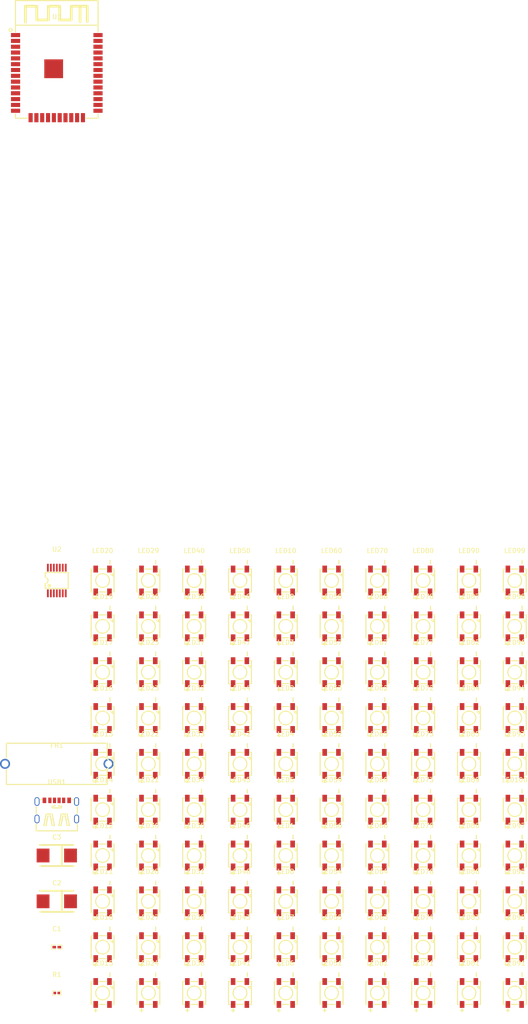
<source format=kicad_pcb>
(kicad_pcb (version 20241229) (generator "atopile") (generator_version "0.9.2")
  (layers (0 "F.Cu" signal) (31 "B.Cu" signal) (34 "B.Paste" user) (35 "F.Paste" user) (36 "B.SilkS" user "B.Silkscreen") (37 "F.SilkS" user "F.Silkscreen") (38 "B.Mask" user) (39 "F.Mask" user) (44 "Edge.Cuts" user))
  (net 0 "")
  (net 1 "IO23")
  (net 4 "IO21")
  (net 5 "SCS_CMD")
  (net 20 "IO32")
  (net 21 "IO27")
  (net 54 "IO12")
  (net 57 "IO22")
  (net 69 "IO19")
  (net 77 "RXD0")
  (net 81 "SDI_SD1")
  (net 83 "SHD_SD2")
  (net 85 "EN")
  (net 96 "TXD0")
  (net 101 "IO0")
  (net 124 "P4Y")
  (net 140 "IO26")
  (net 155 "IO25")
  (net 157 "IO5")
  (net 162 "IO2")
  (net 164 "SENSOR_VN")
  (net 167 "IO35")
  (net 168 "IO33")
  (net 172 "SENSOR_VP")
  (net 200 "IO14")
  (net 202 "IO17")
  (net 205 "P2Y")
  (net 209 "IO18")
  (net 210 "IO16")
  (net 214 "SDO_SD0")
  (net 216 "IO34")
  (net 224 "P3Y")
  (net 225 "esp32Controller.footprint.pins[25].net-net")
  (net 226 "SCK_CLK")
  (net 228 "IO13")
  (net 239 "IO15")
  (net 250 "SWP_SD3")
  (net 2 "led_columns[8]-DIN-1")
  (net 3 "led_columns[4]-DIN-3")
  (net 6 "led_columns[8]-DIN")
  (net 7 "led_columns[3]-DOU-1")
  (net 8 "led_columns[7]-DIN-1")
  (net 9 "led_columns[9]-DIN-2")
  (net 10 "data_in")
  (net 11 "led_columns[0]-DOU-2")
  (net 12 "led_columns[7]-DIN-2")
  (net 13 "led_columns[4]-DIN-1")
  (net 14 "led_columns[9]-DOU")
  (net 15 "data_out-3")
  (net 16 "levelShifter_P1Y_Resistor-net")
  (net 17 "led_columns[5]-DOU-1")
  (net 18 "led_columns[7]-DOU")
  (net 19 "led_columns[0]-DIN-1")
  (net 23 "P1A")
  (net 24 "led_columns[6]-DOU-1")
  (net 25 "led_columns[4]-DOU")
  (net 26 "led_columns[1]-DOU-1")
  (net 27 "led_columns[3]-DIN")
  (net 28 "led_columns[1]-DOU-3")
  (net 29 "led_columns[6]-DIN")
  (net 30 "led_columns[7]-DOU-2")
  (net 31 "led_columns[1]-DOU-2")
  (net 32 "led_columns[3]-DIN-2")
  (net 33 "P3V3")
  (net 34 "data_out-2")
  (net 35 "led_columns[6]-DIN-2")
  (net 36 "led_columns[2]-DIN")
  (net 38 "led_columns[9]-DIN-1")
  (net 39 "led_columns[6]-DIN-3")
  (net 40 "led_columns[5]-DIN-3")
  (net 41 "VDD")
  (net 42 "led_columns[4]-DOU-2")
  (net 43 "data_in-3")
  (net 44 "data_in-2")
  (net 45 "led_columns[8]-DOU")
  (net 46 "led_columns[0]-DOU-3")
  (net 47 "EH")
  (net 48 "led_columns[7]-DIN-4")
  (net 49 "led_columns[1]-DIN-2")
  (net 50 "led_columns[9]-data_out")
  (net 52 "led_columns[2]-DOU-4")
  (net 53 "led_columns[5]-DOU-2")
  (net 55 "led_columns[9]-DIN")
  (net 56 "led_columns[1]-DIN-3")
  (net 58 "led_columns[5]-DIN-5")
  (net 59 "led_columns[2]-DOU-5")
  (net 60 "led_columns[2]-DOU")
  (net 61 "led_columns[4]-DIN-2")
  (net 62 "led_columns[3]-DOU-2")
  (net 63 "led_columns[7]-DIN-5")
  (net 64 "led_columns[5]-DOU")
  (net 65 "led_columns[6]-DOU-3")
  (net 66 "led_columns[6]-DOU")
  (net 67 "data_out")
  (net 68 "led_columns[4]-DIN")
  (net 70 "led_columns[7]-DIN")
  (net 71 "led_columns[3]-DOU")
  (net 72 "led_columns[0]-DOU")
  (net 73 "led_columns[0]-DIN")
  (net 74 "led_columns[5]-DIN-1")
  (net 75 "led_columns[5]-DIN-4")
  (net 76 "led_columns[1]-DIN")
  (net 78 "led_columns[2]-DOU-1")
  (net 80 "led_columns[5]-DIN")
  (net 82 "led_columns[1]-DOU")
  (net 86 "led_columns[6]-DIN-1")
  (net 87 "led_columns[3]-DIN-1")
  (net 88 "led_columns[8]-DOU-3")
  (net 89 "led_columns[0]-DIN-4")
  (net 90 "led_columns[8]-DOU-4")
  (net 91 "led_columns[7]-DOU-1")
  (net 92 "led_columns[0]-DOU-1")
  (net 93 "led_columns[5]-DIN-2")
  (net 94 "led_columns[4]-DOU-1")
  (net 95 "led_columns[8]-DIN-3")
  (net 97 "led_columns[6]-DOU-2")
  (net 98 "B5")
  (net 99 "data_out-4")
  (net 100 "led_columns[9]-DIN-3")
  (net 102 "led_columns[2]-DOU-3")
  (net 103 "led_columns[7]-DIN-3")
  (net 104 "data_out-5")
  (net 105 "A5")
  (net 106 "led_columns[3]-DOU-3")
  (net 108 "led_columns[1]-DOU-4")
  (net 109 "led_columns[2]-DIN-1")
  (net 110 "VCC")
  (net 111 "led_columns[9]-DOU-3")
  (net 112 "data_in-1")
  (net 113 "gnd")
  (net 114 "led_columns[9]-DOU-2")
  (net 115 "led_columns[8]-DIN-2")
  (net 116 "led_columns[0]-DIN-2")
  (net 117 "led_columns[8]-DOU-1")
  (net 118 "led_columns[3]-DIN-4")
  (net 119 "led_columns[0]-DIN-3")
  (net 120 "led_columns[1]-DIN-1")
  (net 121 "led_columns[2]-DOU-2")
  (net 123 "led_columns[4]-DOU-3")
  (net 125 "led_columns[6]-DOU-4")
  (net 126 "led_columns[8]-DOU-2")
  (net 127 "led_columns[9]-DOU-1")
  (net 128 "data_out-1")
  (net 129 "led_columns[2]-DIN-2")
  (net 130 "led_columns[9]-DIN-4")
  (net 131 "led_columns[4]-DOU-4")
  (net 132 "led_columns[3]-DIN-3")
  (footprint "Texas_Instruments_SN74AHCT125PWR:TSSOP-14_L5.0-W4.4-P0.65-LS6.4-BL" (layer "F.Cu") (at 0 -90 0)
    (property "Reference" "U2" (at 0 -6.8 0) (layer "F.SilkS") (hide no))
    (property "Value" "")
    (fp_text user "${REFERENCE}" (at 0 -6.8 0) (layer "F.SilkS"))
    (pad "1" smd rect (at -1.95 2.8 0) (size 0.4 1.7) (layers "F.Cu" "F.Paste" "F.Mask") (net 113 "gnd"))
    (pad "2" smd rect (at -1.3 2.8 0) (size 0.4 1.7) (layers "F.Cu" "F.Paste" "F.Mask") (net 23 "P1A"))
    (pad "3" smd rect (at -0.65 2.8 0) (size 0.4 1.7) (layers "F.Cu" "F.Paste" "F.Mask") (net 10 "data_in"))
    (pad "4" smd rect (at 0 2.8 0) (size 0.4 1.7) (layers "F.Cu" "F.Paste" "F.Mask") (net 113 "gnd"))
    (pad "5" smd rect (at 0.65 2.8 0) (size 0.4 1.7) (layers "F.Cu" "F.Paste" "F.Mask") (net 113 "gnd"))
    (pad "6" smd rect (at 1.3 2.8 0) (size 0.4 1.7) (layers "F.Cu" "F.Paste" "F.Mask") (net 205 "P2Y"))
    (pad "7" smd rect (at 1.95 2.8 0) (size 0.4 1.7) (layers "F.Cu" "F.Paste" "F.Mask") (net 113 "gnd"))
    (pad "8" smd rect (at 1.95 -2.8 0) (size 0.4 1.7) (layers "F.Cu" "F.Paste" "F.Mask") (net 224 "P3Y"))
    (pad "9" smd rect (at 1.3 -2.8 0) (size 0.4 1.7) (layers "F.Cu" "F.Paste" "F.Mask") (net 113 "gnd"))
    (pad "10" smd rect (at 0.65 -2.8 0) (size 0.4 1.7) (layers "F.Cu" "F.Paste" "F.Mask") (net 113 "gnd"))
    (pad "11" smd rect (at 0 -2.8 0) (size 0.4 1.7) (layers "F.Cu" "F.Paste" "F.Mask") (net 124 "P4Y"))
    (pad "12" smd rect (at -0.65 -2.8 0) (size 0.4 1.7) (layers "F.Cu" "F.Paste" "F.Mask") (net 113 "gnd"))
    (pad "13" smd rect (at -1.3 -2.8 0) (size 0.4 1.7) (layers "F.Cu" "F.Paste" "F.Mask") (net 113 "gnd"))
    (pad "14" smd rect (at -1.95 -2.8 0) (size 0.4 1.7) (layers "F.Cu" "F.Paste" "F.Mask") (net 110 "VCC"))
  )
  (footprint "Espressif_Systems_ESP32_WROOM_32_N4:WIFIM-SMD_ESP32-WROOM-32-N4" (layer "F.Cu") (at 0 -200 0)
    (property "Reference" "U1" (at 0 -13.01 0) (layer "F.SilkS") (hide no))
    (property "Value" "")
    (fp_text user "${REFERENCE}" (at 0 -13.01 0) (layer "F.SilkS"))
    (pad "1" smd rect (at -9 -9.01 0) (size 2 0.9) (layers "F.Cu" "F.Paste" "F.Mask") (net 113 "gnd"))
    (pad "2" smd rect (at -9 -7.74 0) (size 2 0.9) (layers "F.Cu" "F.Paste" "F.Mask") (net 33 "P3V3"))
    (pad "3" smd rect (at -9 -6.47 0) (size 2 0.9) (layers "F.Cu" "F.Paste" "F.Mask") (net 85 "EN"))
    (pad "4" smd rect (at -9 -5.2 0) (size 2 0.9) (layers "F.Cu" "F.Paste" "F.Mask") (net 172 "SENSOR_VP"))
    (pad "5" smd rect (at -9 -3.93 0) (size 2 0.9) (layers "F.Cu" "F.Paste" "F.Mask") (net 164 "SENSOR_VN"))
    (pad "6" smd rect (at -9 -2.66 0) (size 2 0.9) (layers "F.Cu" "F.Paste" "F.Mask") (net 216 "IO34"))
    (pad "7" smd rect (at -9 -1.39 0) (size 2 0.9) (layers "F.Cu" "F.Paste" "F.Mask") (net 167 "IO35"))
    (pad "8" smd rect (at -9 -0.12 0) (size 2 0.9) (layers "F.Cu" "F.Paste" "F.Mask") (net 20 "IO32"))
    (pad "9" smd rect (at -9 1.15 0) (size 2 0.9) (layers "F.Cu" "F.Paste" "F.Mask") (net 168 "IO33"))
    (pad "10" smd rect (at -9 2.42 0) (size 2 0.9) (layers "F.Cu" "F.Paste" "F.Mask") (net 155 "IO25"))
    (pad "11" smd rect (at -9 3.69 0) (size 2 0.9) (layers "F.Cu" "F.Paste" "F.Mask") (net 140 "IO26"))
    (pad "12" smd rect (at -9 4.96 0) (size 2 0.9) (layers "F.Cu" "F.Paste" "F.Mask") (net 21 "IO27"))
    (pad "13" smd rect (at -9 6.23 0) (size 2 0.9) (layers "F.Cu" "F.Paste" "F.Mask") (net 200 "IO14"))
    (pad "14" smd rect (at -9 7.5 0) (size 2 0.9) (layers "F.Cu" "F.Paste" "F.Mask") (net 54 "IO12"))
    (pad "15" smd rect (at -5.72 9.01 -90) (size 2 0.9) (layers "F.Cu" "F.Paste" "F.Mask") (net 113 "gnd"))
    (pad "16" smd rect (at -4.45 9.01 -90) (size 2 0.9) (layers "F.Cu" "F.Paste" "F.Mask") (net 228 "IO13"))
    (pad "17" smd rect (at -3.18 9.01 -90) (size 2 0.9) (layers "F.Cu" "F.Paste" "F.Mask") (net 83 "SHD_SD2"))
    (pad "18" smd rect (at -1.91 9.01 -90) (size 2 0.9) (layers "F.Cu" "F.Paste" "F.Mask") (net 250 "SWP_SD3"))
    (pad "19" smd rect (at -0.64 9.01 -90) (size 2 0.9) (layers "F.Cu" "F.Paste" "F.Mask") (net 5 "SCS_CMD"))
    (pad "20" smd rect (at 0.63 9.01 -90) (size 2 0.9) (layers "F.Cu" "F.Paste" "F.Mask") (net 226 "SCK_CLK"))
    (pad "21" smd rect (at 1.9 9.01 -90) (size 2 0.9) (layers "F.Cu" "F.Paste" "F.Mask") (net 214 "SDO_SD0"))
    (pad "22" smd rect (at 3.17 9.01 -90) (size 2 0.9) (layers "F.Cu" "F.Paste" "F.Mask") (net 81 "SDI_SD1"))
    (pad "23" smd rect (at 4.44 9.01 -90) (size 2 0.9) (layers "F.Cu" "F.Paste" "F.Mask") (net 239 "IO15"))
    (pad "24" smd rect (at 5.71 9.01 -90) (size 2 0.9) (layers "F.Cu" "F.Paste" "F.Mask") (net 162 "IO2"))
    (pad "25" smd rect (at 9 7.5 0) (size 2 0.9) (layers "F.Cu" "F.Paste" "F.Mask") (net 101 "IO0"))
    (pad "26" smd rect (at 9 6.23 0) (size 2 0.9) (layers "F.Cu" "F.Paste" "F.Mask") (net 23 "P1A"))
    (pad "27" smd rect (at 9 4.96 0) (size 2 0.9) (layers "F.Cu" "F.Paste" "F.Mask") (net 210 "IO16"))
    (pad "28" smd rect (at 9 3.69 0) (size 2 0.9) (layers "F.Cu" "F.Paste" "F.Mask") (net 202 "IO17"))
    (pad "29" smd rect (at 9 2.42 0) (size 2 0.9) (layers "F.Cu" "F.Paste" "F.Mask") (net 157 "IO5"))
    (pad "30" smd rect (at 9 1.15 0) (size 2 0.9) (layers "F.Cu" "F.Paste" "F.Mask") (net 209 "IO18"))
    (pad "31" smd rect (at 9 -0.12 0) (size 2 0.9) (layers "F.Cu" "F.Paste" "F.Mask") (net 69 "IO19"))
    (pad "32" smd rect (at 9 -1.39 0) (size 2 0.9) (layers "F.Cu" "F.Paste" "F.Mask") (net 225 "esp32Controller.footprint.pins[25].net-net"))
    (pad "33" smd rect (at 9 -2.66 0) (size 2 0.9) (layers "F.Cu" "F.Paste" "F.Mask") (net 4 "IO21"))
    (pad "34" smd rect (at 9 -3.93 0) (size 2 0.9) (layers "F.Cu" "F.Paste" "F.Mask") (net 77 "RXD0"))
    (pad "35" smd rect (at 9 -5.2 0) (size 2 0.9) (layers "F.Cu" "F.Paste" "F.Mask") (net 96 "TXD0"))
    (pad "36" smd rect (at 9 -6.47 0) (size 2 0.9) (layers "F.Cu" "F.Paste" "F.Mask") (net 57 "IO22"))
    (pad "37" smd rect (at 9 -7.74 0) (size 2 0.9) (layers "F.Cu" "F.Paste" "F.Mask") (net 1 "IO23"))
    (pad "38" smd rect (at 9 -9.01 0) (size 2 0.9) (layers "F.Cu" "F.Paste" "F.Mask") (net 113 "gnd"))
    (pad "39" smd rect (at -0.68 -1.66 0) (size 4.1 4.1) (layers "F.Cu" "F.Paste" "F.Mask") (net 113 "gnd"))
  )
  (footprint "UNI_ROYAL_0402WGF1002TCE:R0402" (layer "F.Cu") (at 0 0 0)
    (property "Reference" "R1" (at 0 -4 0) (layer "F.SilkS") (hide no))
    (property "Value" "10kΩ ±1% 62.5mW")
    (fp_text user "${REFERENCE}" (at 0 -4 0) (layer "F.SilkS"))
    (pad "2" smd rect (at 0.43 0 0) (size 0.57 0.54) (layers "F.Cu" "F.Paste" "F.Mask") (net 16 "levelShifter_P1Y_Resistor-net"))
    (pad "1" smd rect (at -0.43 0 0) (size 0.57 0.54) (layers "F.Cu" "F.Paste" "F.Mask") (net 10 "data_in"))
  )
  (footprint "Samsung_Electro_Mechanics_CL05B104KO5NNNC:C0402" (layer "F.Cu") (at 0 -10 0)
    (property "Reference" "C1" (at 0 -4 0) (layer "F.SilkS") (hide no))
    (property "Value" "100nF ±10% 16V X7R")
    (fp_text user "${REFERENCE}" (at 0 -4 0) (layer "F.SilkS"))
    (pad "2" smd rect (at 0.55 0 0) (size 0.79 0.54) (layers "F.Cu" "F.Paste" "F.Mask") (net 110 "VCC"))
    (pad "1" smd rect (at -0.55 0 0) (size 0.79 0.54) (layers "F.Cu" "F.Paste" "F.Mask") (net 113 "gnd"))
  )
  (footprint "AVX_TAJD477K006RNJ:CASE-D_7343" (layer "F.Cu") (at 0 -20 0)
    (property "Reference" "C2" (at 0 -4 0) (layer "F.SilkS") (hide no))
    (property "Value" "470µF ±10%")
    (fp_text user "${REFERENCE}" (at 0 -4 0) (layer "F.SilkS"))
    (pad "1" smd rect (at 3 0 180) (size 2.8 3.01) (layers "F.Cu" "F.Paste" "F.Mask") (net 113 "gnd"))
    (pad "2" smd rect (at -3 0 180) (size 2.8 3.01) (layers "F.Cu" "F.Paste" "F.Mask") (net 33 "P3V3"))
  )
  (footprint "AVX_TAJD477K006RNJ:CASE-D_7343" (layer "F.Cu") (at 0 -30 0)
    (property "Reference" "C3" (at 0 -4 0) (layer "F.SilkS") (hide no))
    (property "Value" "470µF ±10%")
    (fp_text user "${REFERENCE}" (at 0 -4 0) (layer "F.SilkS"))
    (pad "1" smd rect (at 3 0 180) (size 2.8 3.01) (layers "F.Cu" "F.Paste" "F.Mask") (net 113 "gnd"))
    (pad "2" smd rect (at -3 0 180) (size 2.8 3.01) (layers "F.Cu" "F.Paste" "F.Mask") (net 41 "VDD"))
  )
  (footprint "SHOU_HAN_TYPE_C_6P:TYPE-C-SMD_TYPE-C-6P" (layer "F.Cu") (at 0 -40 0)
    (property "Reference" "USB1" (at 0 -6.029999999999999 0) (layer "F.SilkS") (hide no))
    (property "Value" "")
    (fp_text user "${REFERENCE}" (at 0 -6.029999999999999 0) (layer "F.SilkS"))
    (pad "B12" smd rect (at -2.7 -2.03 0) (size 0.8 1.2) (layers "F.Cu" "F.Paste" "F.Mask") (net 113 "gnd"))
    (pad "B9" smd rect (at -1.5 -2.03 0) (size 0.7 1.2) (layers "F.Cu" "F.Paste" "F.Mask") (net 41 "VDD"))
    (pad "A5" smd rect (at -0.5 -2.03 0) (size 0.7 1.2) (layers "F.Cu" "F.Paste" "F.Mask") (net 105 "A5"))
    (pad "B5" smd rect (at 0.5 -2.03 0) (size 0.7 1.2) (layers "F.Cu" "F.Paste" "F.Mask") (net 98 "B5"))
    (pad "A9" smd rect (at 1.5 -2.03 0) (size 0.7 1.2) (layers "F.Cu" "F.Paste" "F.Mask") (net 41 "VDD"))
    (pad "A12" smd rect (at 2.7 -2.03 0) (size 0.8 1.2) (layers "F.Cu" "F.Paste" "F.Mask") (net 113 "gnd"))
    (pad "7" thru_hole oval (at 4.32 2.03 0) (size 1.1 1.9) (drill oval 0.700024 1.5000224) (layers "*.Cu" "*.Mask") (net 47 "EH"))
    (pad "7" thru_hole oval (at -4.32 2.03 0) (size 1.1 1.9) (drill oval 0.700024 1.5000224) (layers "*.Cu" "*.Mask") (net 47 "EH"))
    (pad "7" thru_hole oval (at 4.32 -1.78 0) (size 1.1 1.9) (drill oval 0.700024 1.5000224) (layers "*.Cu" "*.Mask") (net 47 "EH"))
    (pad "7" thru_hole oval (at -4.32 -1.78 0) (size 1.1 1.9) (drill oval 0.700024 1.5000224) (layers "*.Cu" "*.Mask") (net 47 "EH"))
  )
  (footprint "XFCN_PTF_15:FUSE-TH_L22.0-W9.0-P22.60" (layer "F.Cu") (at 0 -50 0)
    (property "Reference" "FH1" (at 0 -4 0) (layer "F.SilkS") (hide no))
    (property "Value" "")
    (fp_text user "${REFERENCE}" (at 0 -4 0) (layer "F.SilkS"))
    (pad "1" thru_hole circle (at -11.3 0 0) (size 2.2 2.2) (drill 1.5000224) (layers "*.Cu" "*.Mask") (net 41 "VDD"))
    (pad "2" thru_hole circle (at 11.3 0 0) (size 2.2 2.2) (drill 1.5000224) (layers "*.Cu" "*.Mask") (net 110 "VCC"))
  )
  (footprint "XINGLIGHT_XL_5050RGBC_WS2812B:LED-SMD_4P-L5.0-W5.0-BL_XL-5050RGBC" (layer "F.Cu") (at 10 0 0)
    (property "Reference" "LED15" (at 0 -6.5 0) (layer "F.SilkS") (hide no))
    (property "Value" "")
    (fp_text user "${REFERENCE}" (at 0 -6.5 0) (layer "F.SilkS"))
    (pad "1" smd rect (at -1.5 2.5 90) (size 1.5 1) (layers "F.Cu" "F.Paste" "F.Mask") (net 41 "VDD"))
    (pad "2" smd rect (at 1.5 2.5 90) (size 1.5 1) (layers "F.Cu" "F.Paste" "F.Mask") (net 120 "led_columns[1]-DIN-1"))
    (pad "3" smd rect (at 1.5 -2.5 90) (size 1.5 1) (layers "F.Cu" "F.Paste" "F.Mask") (net 113 "gnd"))
    (pad "4" smd rect (at -1.5 -2.5 90) (size 1.5 1) (layers "F.Cu" "F.Paste" "F.Mask") (net 49 "led_columns[1]-DIN-2"))
  )
  (footprint "XINGLIGHT_XL_5050RGBC_WS2812B:LED-SMD_4P-L5.0-W5.0-BL_XL-5050RGBC" (layer "F.Cu") (at 10 -10 0)
    (property "Reference" "LED18" (at 0 -6.5 0) (layer "F.SilkS") (hide no))
    (property "Value" "")
    (fp_text user "${REFERENCE}" (at 0 -6.5 0) (layer "F.SilkS"))
    (pad "1" smd rect (at -1.5 2.5 90) (size 1.5 1) (layers "F.Cu" "F.Paste" "F.Mask") (net 41 "VDD"))
    (pad "2" smd rect (at 1.5 2.5 90) (size 1.5 1) (layers "F.Cu" "F.Paste" "F.Mask") (net 56 "led_columns[1]-DIN-3"))
    (pad "3" smd rect (at 1.5 -2.5 90) (size 1.5 1) (layers "F.Cu" "F.Paste" "F.Mask") (net 113 "gnd"))
    (pad "4" smd rect (at -1.5 -2.5 90) (size 1.5 1) (layers "F.Cu" "F.Paste" "F.Mask") (net 26 "led_columns[1]-DOU-1"))
  )
  (footprint "XINGLIGHT_XL_5050RGBC_WS2812B:LED-SMD_4P-L5.0-W5.0-BL_XL-5050RGBC" (layer "F.Cu") (at 10 -20 0)
    (property "Reference" "LED11" (at 0 -6.5 0) (layer "F.SilkS") (hide no))
    (property "Value" "")
    (fp_text user "${REFERENCE}" (at 0 -6.5 0) (layer "F.SilkS"))
    (pad "1" smd rect (at -1.5 2.5 90) (size 1.5 1) (layers "F.Cu" "F.Paste" "F.Mask") (net 41 "VDD"))
    (pad "2" smd rect (at 1.5 2.5 90) (size 1.5 1) (layers "F.Cu" "F.Paste" "F.Mask") (net 31 "led_columns[1]-DOU-2"))
    (pad "3" smd rect (at 1.5 -2.5 90) (size 1.5 1) (layers "F.Cu" "F.Paste" "F.Mask") (net 113 "gnd"))
    (pad "4" smd rect (at -1.5 -2.5 90) (size 1.5 1) (layers "F.Cu" "F.Paste" "F.Mask") (net 44 "data_in-2"))
  )
  (footprint "XINGLIGHT_XL_5050RGBC_WS2812B:LED-SMD_4P-L5.0-W5.0-BL_XL-5050RGBC" (layer "F.Cu") (at 10 -30 0)
    (property "Reference" "LED12" (at 0 -6.5 0) (layer "F.SilkS") (hide no))
    (property "Value" "")
    (fp_text user "${REFERENCE}" (at 0 -6.5 0) (layer "F.SilkS"))
    (pad "1" smd rect (at -1.5 2.5 90) (size 1.5 1) (layers "F.Cu" "F.Paste" "F.Mask") (net 41 "VDD"))
    (pad "2" smd rect (at 1.5 2.5 90) (size 1.5 1) (layers "F.Cu" "F.Paste" "F.Mask") (net 76 "led_columns[1]-DIN"))
    (pad "3" smd rect (at 1.5 -2.5 90) (size 1.5 1) (layers "F.Cu" "F.Paste" "F.Mask") (net 113 "gnd"))
    (pad "4" smd rect (at -1.5 -2.5 90) (size 1.5 1) (layers "F.Cu" "F.Paste" "F.Mask") (net 31 "led_columns[1]-DOU-2"))
  )
  (footprint "XINGLIGHT_XL_5050RGBC_WS2812B:LED-SMD_4P-L5.0-W5.0-BL_XL-5050RGBC" (layer "F.Cu") (at 10 -40 0)
    (property "Reference" "LED14" (at 0 -6.5 0) (layer "F.SilkS") (hide no))
    (property "Value" "")
    (fp_text user "${REFERENCE}" (at 0 -6.5 0) (layer "F.SilkS"))
    (pad "1" smd rect (at -1.5 2.5 90) (size 1.5 1) (layers "F.Cu" "F.Paste" "F.Mask") (net 41 "VDD"))
    (pad "2" smd rect (at 1.5 2.5 90) (size 1.5 1) (layers "F.Cu" "F.Paste" "F.Mask") (net 49 "led_columns[1]-DIN-2"))
    (pad "3" smd rect (at 1.5 -2.5 90) (size 1.5 1) (layers "F.Cu" "F.Paste" "F.Mask") (net 113 "gnd"))
    (pad "4" smd rect (at -1.5 -2.5 90) (size 1.5 1) (layers "F.Cu" "F.Paste" "F.Mask") (net 108 "led_columns[1]-DOU-4"))
  )
  (footprint "XINGLIGHT_XL_5050RGBC_WS2812B:LED-SMD_4P-L5.0-W5.0-BL_XL-5050RGBC" (layer "F.Cu") (at 10 -50 0)
    (property "Reference" "LED13" (at 0 -6.5 0) (layer "F.SilkS") (hide no))
    (property "Value" "")
    (fp_text user "${REFERENCE}" (at 0 -6.5 0) (layer "F.SilkS"))
    (pad "1" smd rect (at -1.5 2.5 90) (size 1.5 1) (layers "F.Cu" "F.Paste" "F.Mask") (net 41 "VDD"))
    (pad "2" smd rect (at 1.5 2.5 90) (size 1.5 1) (layers "F.Cu" "F.Paste" "F.Mask") (net 108 "led_columns[1]-DOU-4"))
    (pad "3" smd rect (at 1.5 -2.5 90) (size 1.5 1) (layers "F.Cu" "F.Paste" "F.Mask") (net 113 "gnd"))
    (pad "4" smd rect (at -1.5 -2.5 90) (size 1.5 1) (layers "F.Cu" "F.Paste" "F.Mask") (net 76 "led_columns[1]-DIN"))
  )
  (footprint "XINGLIGHT_XL_5050RGBC_WS2812B:LED-SMD_4P-L5.0-W5.0-BL_XL-5050RGBC" (layer "F.Cu") (at 10 -60 0)
    (property "Reference" "LED16" (at 0 -6.5 0) (layer "F.SilkS") (hide no))
    (property "Value" "")
    (fp_text user "${REFERENCE}" (at 0 -6.5 0) (layer "F.SilkS"))
    (pad "1" smd rect (at -1.5 2.5 90) (size 1.5 1) (layers "F.Cu" "F.Paste" "F.Mask") (net 41 "VDD"))
    (pad "2" smd rect (at 1.5 2.5 90) (size 1.5 1) (layers "F.Cu" "F.Paste" "F.Mask") (net 82 "led_columns[1]-DOU"))
    (pad "3" smd rect (at 1.5 -2.5 90) (size 1.5 1) (layers "F.Cu" "F.Paste" "F.Mask") (net 113 "gnd"))
    (pad "4" smd rect (at -1.5 -2.5 90) (size 1.5 1) (layers "F.Cu" "F.Paste" "F.Mask") (net 120 "led_columns[1]-DIN-1"))
  )
  (footprint "XINGLIGHT_XL_5050RGBC_WS2812B:LED-SMD_4P-L5.0-W5.0-BL_XL-5050RGBC" (layer "F.Cu") (at 10 -70 0)
    (property "Reference" "LED17" (at 0 -6.5 0) (layer "F.SilkS") (hide no))
    (property "Value" "")
    (fp_text user "${REFERENCE}" (at 0 -6.5 0) (layer "F.SilkS"))
    (pad "1" smd rect (at -1.5 2.5 90) (size 1.5 1) (layers "F.Cu" "F.Paste" "F.Mask") (net 41 "VDD"))
    (pad "2" smd rect (at 1.5 2.5 90) (size 1.5 1) (layers "F.Cu" "F.Paste" "F.Mask") (net 26 "led_columns[1]-DOU-1"))
    (pad "3" smd rect (at 1.5 -2.5 90) (size 1.5 1) (layers "F.Cu" "F.Paste" "F.Mask") (net 113 "gnd"))
    (pad "4" smd rect (at -1.5 -2.5 90) (size 1.5 1) (layers "F.Cu" "F.Paste" "F.Mask") (net 82 "led_columns[1]-DOU"))
  )
  (footprint "XINGLIGHT_XL_5050RGBC_WS2812B:LED-SMD_4P-L5.0-W5.0-BL_XL-5050RGBC" (layer "F.Cu") (at 10 -80 0)
    (property "Reference" "LED19" (at 0 -6.5 0) (layer "F.SilkS") (hide no))
    (property "Value" "")
    (fp_text user "${REFERENCE}" (at 0 -6.5 0) (layer "F.SilkS"))
    (pad "1" smd rect (at -1.5 2.5 90) (size 1.5 1) (layers "F.Cu" "F.Paste" "F.Mask") (net 41 "VDD"))
    (pad "2" smd rect (at 1.5 2.5 90) (size 1.5 1) (layers "F.Cu" "F.Paste" "F.Mask") (net 28 "led_columns[1]-DOU-3"))
    (pad "3" smd rect (at 1.5 -2.5 90) (size 1.5 1) (layers "F.Cu" "F.Paste" "F.Mask") (net 113 "gnd"))
    (pad "4" smd rect (at -1.5 -2.5 90) (size 1.5 1) (layers "F.Cu" "F.Paste" "F.Mask") (net 56 "led_columns[1]-DIN-3"))
  )
  (footprint "XINGLIGHT_XL_5050RGBC_WS2812B:LED-SMD_4P-L5.0-W5.0-BL_XL-5050RGBC" (layer "F.Cu") (at 10 -90 0)
    (property "Reference" "LED20" (at 0 -6.5 0) (layer "F.SilkS") (hide no))
    (property "Value" "")
    (fp_text user "${REFERENCE}" (at 0 -6.5 0) (layer "F.SilkS"))
    (pad "1" smd rect (at -1.5 2.5 90) (size 1.5 1) (layers "F.Cu" "F.Paste" "F.Mask") (net 41 "VDD"))
    (pad "2" smd rect (at 1.5 2.5 90) (size 1.5 1) (layers "F.Cu" "F.Paste" "F.Mask") (net 112 "data_in-1"))
    (pad "3" smd rect (at 1.5 -2.5 90) (size 1.5 1) (layers "F.Cu" "F.Paste" "F.Mask") (net 113 "gnd"))
    (pad "4" smd rect (at -1.5 -2.5 90) (size 1.5 1) (layers "F.Cu" "F.Paste" "F.Mask") (net 28 "led_columns[1]-DOU-3"))
  )
  (footprint "XINGLIGHT_XL_5050RGBC_WS2812B:LED-SMD_4P-L5.0-W5.0-BL_XL-5050RGBC" (layer "F.Cu") (at 20 0 0)
    (property "Reference" "LED24" (at 0 -6.5 0) (layer "F.SilkS") (hide no))
    (property "Value" "")
    (fp_text user "${REFERENCE}" (at 0 -6.5 0) (layer "F.SilkS"))
    (pad "1" smd rect (at -1.5 2.5 90) (size 1.5 1) (layers "F.Cu" "F.Paste" "F.Mask") (net 41 "VDD"))
    (pad "2" smd rect (at 1.5 2.5 90) (size 1.5 1) (layers "F.Cu" "F.Paste" "F.Mask") (net 121 "led_columns[2]-DOU-2"))
    (pad "3" smd rect (at 1.5 -2.5 90) (size 1.5 1) (layers "F.Cu" "F.Paste" "F.Mask") (net 113 "gnd"))
    (pad "4" smd rect (at -1.5 -2.5 90) (size 1.5 1) (layers "F.Cu" "F.Paste" "F.Mask") (net 59 "led_columns[2]-DOU-5"))
  )
  (footprint "XINGLIGHT_XL_5050RGBC_WS2812B:LED-SMD_4P-L5.0-W5.0-BL_XL-5050RGBC" (layer "F.Cu") (at 20 -10 0)
    (property "Reference" "LED27" (at 0 -6.5 0) (layer "F.SilkS") (hide no))
    (property "Value" "")
    (fp_text user "${REFERENCE}" (at 0 -6.5 0) (layer "F.SilkS"))
    (pad "1" smd rect (at -1.5 2.5 90) (size 1.5 1) (layers "F.Cu" "F.Paste" "F.Mask") (net 41 "VDD"))
    (pad "2" smd rect (at 1.5 2.5 90) (size 1.5 1) (layers "F.Cu" "F.Paste" "F.Mask") (net 60 "led_columns[2]-DOU"))
    (pad "3" smd rect (at 1.5 -2.5 90) (size 1.5 1) (layers "F.Cu" "F.Paste" "F.Mask") (net 113 "gnd"))
    (pad "4" smd rect (at -1.5 -2.5 90) (size 1.5 1) (layers "F.Cu" "F.Paste" "F.Mask") (net 78 "led_columns[2]-DOU-1"))
  )
  (footprint "XINGLIGHT_XL_5050RGBC_WS2812B:LED-SMD_4P-L5.0-W5.0-BL_XL-5050RGBC" (layer "F.Cu") (at 20 -20 0)
    (property "Reference" "LED28" (at 0 -6.5 0) (layer "F.SilkS") (hide no))
    (property "Value" "")
    (fp_text user "${REFERENCE}" (at 0 -6.5 0) (layer "F.SilkS"))
    (pad "1" smd rect (at -1.5 2.5 90) (size 1.5 1) (layers "F.Cu" "F.Paste" "F.Mask") (net 41 "VDD"))
    (pad "2" smd rect (at 1.5 2.5 90) (size 1.5 1) (layers "F.Cu" "F.Paste" "F.Mask") (net 129 "led_columns[2]-DIN-2"))
    (pad "3" smd rect (at 1.5 -2.5 90) (size 1.5 1) (layers "F.Cu" "F.Paste" "F.Mask") (net 113 "gnd"))
    (pad "4" smd rect (at -1.5 -2.5 90) (size 1.5 1) (layers "F.Cu" "F.Paste" "F.Mask") (net 60 "led_columns[2]-DOU"))
  )
  (footprint "XINGLIGHT_XL_5050RGBC_WS2812B:LED-SMD_4P-L5.0-W5.0-BL_XL-5050RGBC" (layer "F.Cu") (at 20 -30 0)
    (property "Reference" "LED30" (at 0 -6.5 0) (layer "F.SilkS") (hide no))
    (property "Value" "")
    (fp_text user "${REFERENCE}" (at 0 -6.5 0) (layer "F.SilkS"))
    (pad "1" smd rect (at -1.5 2.5 90) (size 1.5 1) (layers "F.Cu" "F.Paste" "F.Mask") (net 41 "VDD"))
    (pad "2" smd rect (at 1.5 2.5 90) (size 1.5 1) (layers "F.Cu" "F.Paste" "F.Mask") (net 34 "data_out-2"))
    (pad "3" smd rect (at 1.5 -2.5 90) (size 1.5 1) (layers "F.Cu" "F.Paste" "F.Mask") (net 113 "gnd"))
    (pad "4" smd rect (at -1.5 -2.5 90) (size 1.5 1) (layers "F.Cu" "F.Paste" "F.Mask") (net 52 "led_columns[2]-DOU-4"))
  )
  (footprint "XINGLIGHT_XL_5050RGBC_WS2812B:LED-SMD_4P-L5.0-W5.0-BL_XL-5050RGBC" (layer "F.Cu") (at 20 -40 0)
    (property "Reference" "LED21" (at 0 -6.5 0) (layer "F.SilkS") (hide no))
    (property "Value" "")
    (fp_text user "${REFERENCE}" (at 0 -6.5 0) (layer "F.SilkS"))
    (pad "1" smd rect (at -1.5 2.5 90) (size 1.5 1) (layers "F.Cu" "F.Paste" "F.Mask") (net 41 "VDD"))
    (pad "2" smd rect (at 1.5 2.5 90) (size 1.5 1) (layers "F.Cu" "F.Paste" "F.Mask") (net 102 "led_columns[2]-DOU-3"))
    (pad "3" smd rect (at 1.5 -2.5 90) (size 1.5 1) (layers "F.Cu" "F.Paste" "F.Mask") (net 113 "gnd"))
    (pad "4" smd rect (at -1.5 -2.5 90) (size 1.5 1) (layers "F.Cu" "F.Paste" "F.Mask") (net 112 "data_in-1"))
  )
  (footprint "XINGLIGHT_XL_5050RGBC_WS2812B:LED-SMD_4P-L5.0-W5.0-BL_XL-5050RGBC" (layer "F.Cu") (at 20 -50 0)
    (property "Reference" "LED22" (at 0 -6.5 0) (layer "F.SilkS") (hide no))
    (property "Value" "")
    (fp_text user "${REFERENCE}" (at 0 -6.5 0) (layer "F.SilkS"))
    (pad "1" smd rect (at -1.5 2.5 90) (size 1.5 1) (layers "F.Cu" "F.Paste" "F.Mask") (net 41 "VDD"))
    (pad "2" smd rect (at 1.5 2.5 90) (size 1.5 1) (layers "F.Cu" "F.Paste" "F.Mask") (net 109 "led_columns[2]-DIN-1"))
    (pad "3" smd rect (at 1.5 -2.5 90) (size 1.5 1) (layers "F.Cu" "F.Paste" "F.Mask") (net 113 "gnd"))
    (pad "4" smd rect (at -1.5 -2.5 90) (size 1.5 1) (layers "F.Cu" "F.Paste" "F.Mask") (net 102 "led_columns[2]-DOU-3"))
  )
  (footprint "XINGLIGHT_XL_5050RGBC_WS2812B:LED-SMD_4P-L5.0-W5.0-BL_XL-5050RGBC" (layer "F.Cu") (at 20 -60 0)
    (property "Reference" "LED23" (at 0 -6.5 0) (layer "F.SilkS") (hide no))
    (property "Value" "")
    (fp_text user "${REFERENCE}" (at 0 -6.5 0) (layer "F.SilkS"))
    (pad "1" smd rect (at -1.5 2.5 90) (size 1.5 1) (layers "F.Cu" "F.Paste" "F.Mask") (net 41 "VDD"))
    (pad "2" smd rect (at 1.5 2.5 90) (size 1.5 1) (layers "F.Cu" "F.Paste" "F.Mask") (net 59 "led_columns[2]-DOU-5"))
    (pad "3" smd rect (at 1.5 -2.5 90) (size 1.5 1) (layers "F.Cu" "F.Paste" "F.Mask") (net 113 "gnd"))
    (pad "4" smd rect (at -1.5 -2.5 90) (size 1.5 1) (layers "F.Cu" "F.Paste" "F.Mask") (net 109 "led_columns[2]-DIN-1"))
  )
  (footprint "XINGLIGHT_XL_5050RGBC_WS2812B:LED-SMD_4P-L5.0-W5.0-BL_XL-5050RGBC" (layer "F.Cu") (at 20 -70 0)
    (property "Reference" "LED25" (at 0 -6.5 0) (layer "F.SilkS") (hide no))
    (property "Value" "")
    (fp_text user "${REFERENCE}" (at 0 -6.5 0) (layer "F.SilkS"))
    (pad "1" smd rect (at -1.5 2.5 90) (size 1.5 1) (layers "F.Cu" "F.Paste" "F.Mask") (net 41 "VDD"))
    (pad "2" smd rect (at 1.5 2.5 90) (size 1.5 1) (layers "F.Cu" "F.Paste" "F.Mask") (net 36 "led_columns[2]-DIN"))
    (pad "3" smd rect (at 1.5 -2.5 90) (size 1.5 1) (layers "F.Cu" "F.Paste" "F.Mask") (net 113 "gnd"))
    (pad "4" smd rect (at -1.5 -2.5 90) (size 1.5 1) (layers "F.Cu" "F.Paste" "F.Mask") (net 121 "led_columns[2]-DOU-2"))
  )
  (footprint "XINGLIGHT_XL_5050RGBC_WS2812B:LED-SMD_4P-L5.0-W5.0-BL_XL-5050RGBC" (layer "F.Cu") (at 20 -80 0)
    (property "Reference" "LED26" (at 0 -6.5 0) (layer "F.SilkS") (hide no))
    (property "Value" "")
    (fp_text user "${REFERENCE}" (at 0 -6.5 0) (layer "F.SilkS"))
    (pad "1" smd rect (at -1.5 2.5 90) (size 1.5 1) (layers "F.Cu" "F.Paste" "F.Mask") (net 41 "VDD"))
    (pad "2" smd rect (at 1.5 2.5 90) (size 1.5 1) (layers "F.Cu" "F.Paste" "F.Mask") (net 78 "led_columns[2]-DOU-1"))
    (pad "3" smd rect (at 1.5 -2.5 90) (size 1.5 1) (layers "F.Cu" "F.Paste" "F.Mask") (net 113 "gnd"))
    (pad "4" smd rect (at -1.5 -2.5 90) (size 1.5 1) (layers "F.Cu" "F.Paste" "F.Mask") (net 36 "led_columns[2]-DIN"))
  )
  (footprint "XINGLIGHT_XL_5050RGBC_WS2812B:LED-SMD_4P-L5.0-W5.0-BL_XL-5050RGBC" (layer "F.Cu") (at 20 -90 0)
    (property "Reference" "LED29" (at 0 -6.5 0) (layer "F.SilkS") (hide no))
    (property "Value" "")
    (fp_text user "${REFERENCE}" (at 0 -6.5 0) (layer "F.SilkS"))
    (pad "1" smd rect (at -1.5 2.5 90) (size 1.5 1) (layers "F.Cu" "F.Paste" "F.Mask") (net 41 "VDD"))
    (pad "2" smd rect (at 1.5 2.5 90) (size 1.5 1) (layers "F.Cu" "F.Paste" "F.Mask") (net 52 "led_columns[2]-DOU-4"))
    (pad "3" smd rect (at 1.5 -2.5 90) (size 1.5 1) (layers "F.Cu" "F.Paste" "F.Mask") (net 113 "gnd"))
    (pad "4" smd rect (at -1.5 -2.5 90) (size 1.5 1) (layers "F.Cu" "F.Paste" "F.Mask") (net 129 "led_columns[2]-DIN-2"))
  )
  (footprint "XINGLIGHT_XL_5050RGBC_WS2812B:LED-SMD_4P-L5.0-W5.0-BL_XL-5050RGBC" (layer "F.Cu") (at 30 0 0)
    (property "Reference" "LED36" (at 0 -6.5 0) (layer "F.SilkS") (hide no))
    (property "Value" "")
    (fp_text user "${REFERENCE}" (at 0 -6.5 0) (layer "F.SilkS"))
    (pad "1" smd rect (at -1.5 2.5 90) (size 1.5 1) (layers "F.Cu" "F.Paste" "F.Mask") (net 41 "VDD"))
    (pad "2" smd rect (at 1.5 2.5 90) (size 1.5 1) (layers "F.Cu" "F.Paste" "F.Mask") (net 32 "led_columns[3]-DIN-2"))
    (pad "3" smd rect (at 1.5 -2.5 90) (size 1.5 1) (layers "F.Cu" "F.Paste" "F.Mask") (net 113 "gnd"))
    (pad "4" smd rect (at -1.5 -2.5 90) (size 1.5 1) (layers "F.Cu" "F.Paste" "F.Mask") (net 27 "led_columns[3]-DIN"))
  )
  (footprint "XINGLIGHT_XL_5050RGBC_WS2812B:LED-SMD_4P-L5.0-W5.0-BL_XL-5050RGBC" (layer "F.Cu") (at 30 -10 0)
    (property "Reference" "LED39" (at 0 -6.5 0) (layer "F.SilkS") (hide no))
    (property "Value" "")
    (fp_text user "${REFERENCE}" (at 0 -6.5 0) (layer "F.SilkS"))
    (pad "1" smd rect (at -1.5 2.5 90) (size 1.5 1) (layers "F.Cu" "F.Paste" "F.Mask") (net 41 "VDD"))
    (pad "2" smd rect (at 1.5 2.5 90) (size 1.5 1) (layers "F.Cu" "F.Paste" "F.Mask") (net 132 "led_columns[3]-DIN-3"))
    (pad "3" smd rect (at 1.5 -2.5 90) (size 1.5 1) (layers "F.Cu" "F.Paste" "F.Mask") (net 113 "gnd"))
    (pad "4" smd rect (at -1.5 -2.5 90) (size 1.5 1) (layers "F.Cu" "F.Paste" "F.Mask") (net 71 "led_columns[3]-DOU"))
  )
  (footprint "XINGLIGHT_XL_5050RGBC_WS2812B:LED-SMD_4P-L5.0-W5.0-BL_XL-5050RGBC" (layer "F.Cu") (at 30 -20 0)
    (property "Reference" "LED31" (at 0 -6.5 0) (layer "F.SilkS") (hide no))
    (property "Value" "")
    (fp_text user "${REFERENCE}" (at 0 -6.5 0) (layer "F.SilkS"))
    (pad "1" smd rect (at -1.5 2.5 90) (size 1.5 1) (layers "F.Cu" "F.Paste" "F.Mask") (net 41 "VDD"))
    (pad "2" smd rect (at 1.5 2.5 90) (size 1.5 1) (layers "F.Cu" "F.Paste" "F.Mask") (net 62 "led_columns[3]-DOU-2"))
    (pad "3" smd rect (at 1.5 -2.5 90) (size 1.5 1) (layers "F.Cu" "F.Paste" "F.Mask") (net 113 "gnd"))
    (pad "4" smd rect (at -1.5 -2.5 90) (size 1.5 1) (layers "F.Cu" "F.Paste" "F.Mask") (net 34 "data_out-2"))
  )
  (footprint "XINGLIGHT_XL_5050RGBC_WS2812B:LED-SMD_4P-L5.0-W5.0-BL_XL-5050RGBC" (layer "F.Cu") (at 30 -30 0)
    (property "Reference" "LED35" (at 0 -6.5 0) (layer "F.SilkS") (hide no))
    (property "Value" "")
    (fp_text user "${REFERENCE}" (at 0 -6.5 0) (layer "F.SilkS"))
    (pad "1" smd rect (at -1.5 2.5 90) (size 1.5 1) (layers "F.Cu" "F.Paste" "F.Mask") (net 41 "VDD"))
    (pad "2" smd rect (at 1.5 2.5 90) (size 1.5 1) (layers "F.Cu" "F.Paste" "F.Mask") (net 27 "led_columns[3]-DIN"))
    (pad "3" smd rect (at 1.5 -2.5 90) (size 1.5 1) (layers "F.Cu" "F.Paste" "F.Mask") (net 113 "gnd"))
    (pad "4" smd rect (at -1.5 -2.5 90) (size 1.5 1) (layers "F.Cu" "F.Paste" "F.Mask") (net 7 "led_columns[3]-DOU-1"))
  )
  (footprint "XINGLIGHT_XL_5050RGBC_WS2812B:LED-SMD_4P-L5.0-W5.0-BL_XL-5050RGBC" (layer "F.Cu") (at 30 -40 0)
    (property "Reference" "LED34" (at 0 -6.5 0) (layer "F.SilkS") (hide no))
    (property "Value" "")
    (fp_text user "${REFERENCE}" (at 0 -6.5 0) (layer "F.SilkS"))
    (pad "1" smd rect (at -1.5 2.5 90) (size 1.5 1) (layers "F.Cu" "F.Paste" "F.Mask") (net 41 "VDD"))
    (pad "2" smd rect (at 1.5 2.5 90) (size 1.5 1) (layers "F.Cu" "F.Paste" "F.Mask") (net 7 "led_columns[3]-DOU-1"))
    (pad "3" smd rect (at 1.5 -2.5 90) (size 1.5 1) (layers "F.Cu" "F.Paste" "F.Mask") (net 113 "gnd"))
    (pad "4" smd rect (at -1.5 -2.5 90) (size 1.5 1) (layers "F.Cu" "F.Paste" "F.Mask") (net 87 "led_columns[3]-DIN-1"))
  )
  (footprint "XINGLIGHT_XL_5050RGBC_WS2812B:LED-SMD_4P-L5.0-W5.0-BL_XL-5050RGBC" (layer "F.Cu") (at 30 -50 0)
    (property "Reference" "LED33" (at 0 -6.5 0) (layer "F.SilkS") (hide no))
    (property "Value" "")
    (fp_text user "${REFERENCE}" (at 0 -6.5 0) (layer "F.SilkS"))
    (pad "1" smd rect (at -1.5 2.5 90) (size 1.5 1) (layers "F.Cu" "F.Paste" "F.Mask") (net 41 "VDD"))
    (pad "2" smd rect (at 1.5 2.5 90) (size 1.5 1) (layers "F.Cu" "F.Paste" "F.Mask") (net 87 "led_columns[3]-DIN-1"))
    (pad "3" smd rect (at 1.5 -2.5 90) (size 1.5 1) (layers "F.Cu" "F.Paste" "F.Mask") (net 113 "gnd"))
    (pad "4" smd rect (at -1.5 -2.5 90) (size 1.5 1) (layers "F.Cu" "F.Paste" "F.Mask") (net 118 "led_columns[3]-DIN-4"))
  )
  (footprint "XINGLIGHT_XL_5050RGBC_WS2812B:LED-SMD_4P-L5.0-W5.0-BL_XL-5050RGBC" (layer "F.Cu") (at 30 -60 0)
    (property "Reference" "LED32" (at 0 -6.5 0) (layer "F.SilkS") (hide no))
    (property "Value" "")
    (fp_text user "${REFERENCE}" (at 0 -6.5 0) (layer "F.SilkS"))
    (pad "1" smd rect (at -1.5 2.5 90) (size 1.5 1) (layers "F.Cu" "F.Paste" "F.Mask") (net 41 "VDD"))
    (pad "2" smd rect (at 1.5 2.5 90) (size 1.5 1) (layers "F.Cu" "F.Paste" "F.Mask") (net 118 "led_columns[3]-DIN-4"))
    (pad "3" smd rect (at 1.5 -2.5 90) (size 1.5 1) (layers "F.Cu" "F.Paste" "F.Mask") (net 113 "gnd"))
    (pad "4" smd rect (at -1.5 -2.5 90) (size 1.5 1) (layers "F.Cu" "F.Paste" "F.Mask") (net 62 "led_columns[3]-DOU-2"))
  )
  (footprint "XINGLIGHT_XL_5050RGBC_WS2812B:LED-SMD_4P-L5.0-W5.0-BL_XL-5050RGBC" (layer "F.Cu") (at 30 -70 0)
    (property "Reference" "LED37" (at 0 -6.5 0) (layer "F.SilkS") (hide no))
    (property "Value" "")
    (fp_text user "${REFERENCE}" (at 0 -6.5 0) (layer "F.SilkS"))
    (pad "1" smd rect (at -1.5 2.5 90) (size 1.5 1) (layers "F.Cu" "F.Paste" "F.Mask") (net 41 "VDD"))
    (pad "2" smd rect (at 1.5 2.5 90) (size 1.5 1) (layers "F.Cu" "F.Paste" "F.Mask") (net 106 "led_columns[3]-DOU-3"))
    (pad "3" smd rect (at 1.5 -2.5 90) (size 1.5 1) (layers "F.Cu" "F.Paste" "F.Mask") (net 113 "gnd"))
    (pad "4" smd rect (at -1.5 -2.5 90) (size 1.5 1) (layers "F.Cu" "F.Paste" "F.Mask") (net 32 "led_columns[3]-DIN-2"))
  )
  (footprint "XINGLIGHT_XL_5050RGBC_WS2812B:LED-SMD_4P-L5.0-W5.0-BL_XL-5050RGBC" (layer "F.Cu") (at 30 -80 0)
    (property "Reference" "LED38" (at 0 -6.5 0) (layer "F.SilkS") (hide no))
    (property "Value" "")
    (fp_text user "${REFERENCE}" (at 0 -6.5 0) (layer "F.SilkS"))
    (pad "1" smd rect (at -1.5 2.5 90) (size 1.5 1) (layers "F.Cu" "F.Paste" "F.Mask") (net 41 "VDD"))
    (pad "2" smd rect (at 1.5 2.5 90) (size 1.5 1) (layers "F.Cu" "F.Paste" "F.Mask") (net 71 "led_columns[3]-DOU"))
    (pad "3" smd rect (at 1.5 -2.5 90) (size 1.5 1) (layers "F.Cu" "F.Paste" "F.Mask") (net 113 "gnd"))
    (pad "4" smd rect (at -1.5 -2.5 90) (size 1.5 1) (layers "F.Cu" "F.Paste" "F.Mask") (net 106 "led_columns[3]-DOU-3"))
  )
  (footprint "XINGLIGHT_XL_5050RGBC_WS2812B:LED-SMD_4P-L5.0-W5.0-BL_XL-5050RGBC" (layer "F.Cu") (at 30 -90 0)
    (property "Reference" "LED40" (at 0 -6.5 0) (layer "F.SilkS") (hide no))
    (property "Value" "")
    (fp_text user "${REFERENCE}" (at 0 -6.5 0) (layer "F.SilkS"))
    (pad "1" smd rect (at -1.5 2.5 90) (size 1.5 1) (layers "F.Cu" "F.Paste" "F.Mask") (net 41 "VDD"))
    (pad "2" smd rect (at 1.5 2.5 90) (size 1.5 1) (layers "F.Cu" "F.Paste" "F.Mask") (net 15 "data_out-3"))
    (pad "3" smd rect (at 1.5 -2.5 90) (size 1.5 1) (layers "F.Cu" "F.Paste" "F.Mask") (net 113 "gnd"))
    (pad "4" smd rect (at -1.5 -2.5 90) (size 1.5 1) (layers "F.Cu" "F.Paste" "F.Mask") (net 132 "led_columns[3]-DIN-3"))
  )
  (footprint "XINGLIGHT_XL_5050RGBC_WS2812B:LED-SMD_4P-L5.0-W5.0-BL_XL-5050RGBC" (layer "F.Cu") (at 40 0 0)
    (property "Reference" "LED41" (at 0 -6.5 0) (layer "F.SilkS") (hide no))
    (property "Value" "")
    (fp_text user "${REFERENCE}" (at 0 -6.5 0) (layer "F.SilkS"))
    (pad "1" smd rect (at -1.5 2.5 90) (size 1.5 1) (layers "F.Cu" "F.Paste" "F.Mask") (net 41 "VDD"))
    (pad "2" smd rect (at 1.5 2.5 90) (size 1.5 1) (layers "F.Cu" "F.Paste" "F.Mask") (net 42 "led_columns[4]-DOU-2"))
    (pad "3" smd rect (at 1.5 -2.5 90) (size 1.5 1) (layers "F.Cu" "F.Paste" "F.Mask") (net 113 "gnd"))
    (pad "4" smd rect (at -1.5 -2.5 90) (size 1.5 1) (layers "F.Cu" "F.Paste" "F.Mask") (net 15 "data_out-3"))
  )
  (footprint "XINGLIGHT_XL_5050RGBC_WS2812B:LED-SMD_4P-L5.0-W5.0-BL_XL-5050RGBC" (layer "F.Cu") (at 40 -10 0)
    (property "Reference" "LED43" (at 0 -6.5 0) (layer "F.SilkS") (hide no))
    (property "Value" "")
    (fp_text user "${REFERENCE}" (at 0 -6.5 0) (layer "F.SilkS"))
    (pad "1" smd rect (at -1.5 2.5 90) (size 1.5 1) (layers "F.Cu" "F.Paste" "F.Mask") (net 41 "VDD"))
    (pad "2" smd rect (at 1.5 2.5 90) (size 1.5 1) (layers "F.Cu" "F.Paste" "F.Mask") (net 68 "led_columns[4]-DIN"))
    (pad "3" smd rect (at 1.5 -2.5 90) (size 1.5 1) (layers "F.Cu" "F.Paste" "F.Mask") (net 113 "gnd"))
    (pad "4" smd rect (at -1.5 -2.5 90) (size 1.5 1) (layers "F.Cu" "F.Paste" "F.Mask") (net 123 "led_columns[4]-DOU-3"))
  )
  (footprint "XINGLIGHT_XL_5050RGBC_WS2812B:LED-SMD_4P-L5.0-W5.0-BL_XL-5050RGBC" (layer "F.Cu") (at 40 -20 0)
    (property "Reference" "LED46" (at 0 -6.5 0) (layer "F.SilkS") (hide no))
    (property "Value" "")
    (fp_text user "${REFERENCE}" (at 0 -6.5 0) (layer "F.SilkS"))
    (pad "1" smd rect (at -1.5 2.5 90) (size 1.5 1) (layers "F.Cu" "F.Paste" "F.Mask") (net 41 "VDD"))
    (pad "2" smd rect (at 1.5 2.5 90) (size 1.5 1) (layers "F.Cu" "F.Paste" "F.Mask") (net 3 "led_columns[4]-DIN-3"))
    (pad "3" smd rect (at 1.5 -2.5 90) (size 1.5 1) (layers "F.Cu" "F.Paste" "F.Mask") (net 113 "gnd"))
    (pad "4" smd rect (at -1.5 -2.5 90) (size 1.5 1) (layers "F.Cu" "F.Paste" "F.Mask") (net 25 "led_columns[4]-DOU"))
  )
  (footprint "XINGLIGHT_XL_5050RGBC_WS2812B:LED-SMD_4P-L5.0-W5.0-BL_XL-5050RGBC" (layer "F.Cu") (at 40 -30 0)
    (property "Reference" "LED49" (at 0 -6.5 0) (layer "F.SilkS") (hide no))
    (property "Value" "")
    (fp_text user "${REFERENCE}" (at 0 -6.5 0) (layer "F.SilkS"))
    (pad "1" smd rect (at -1.5 2.5 90) (size 1.5 1) (layers "F.Cu" "F.Paste" "F.Mask") (net 41 "VDD"))
    (pad "2" smd rect (at 1.5 2.5 90) (size 1.5 1) (layers "F.Cu" "F.Paste" "F.Mask") (net 61 "led_columns[4]-DIN-2"))
    (pad "3" smd rect (at 1.5 -2.5 90) (size 1.5 1) (layers "F.Cu" "F.Paste" "F.Mask") (net 113 "gnd"))
    (pad "4" smd rect (at -1.5 -2.5 90) (size 1.5 1) (layers "F.Cu" "F.Paste" "F.Mask") (net 94 "led_columns[4]-DOU-1"))
  )
  (footprint "XINGLIGHT_XL_5050RGBC_WS2812B:LED-SMD_4P-L5.0-W5.0-BL_XL-5050RGBC" (layer "F.Cu") (at 40 -40 0)
    (property "Reference" "LED45" (at 0 -6.5 0) (layer "F.SilkS") (hide no))
    (property "Value" "")
    (fp_text user "${REFERENCE}" (at 0 -6.5 0) (layer "F.SilkS"))
    (pad "1" smd rect (at -1.5 2.5 90) (size 1.5 1) (layers "F.Cu" "F.Paste" "F.Mask") (net 41 "VDD"))
    (pad "2" smd rect (at 1.5 2.5 90) (size 1.5 1) (layers "F.Cu" "F.Paste" "F.Mask") (net 25 "led_columns[4]-DOU"))
    (pad "3" smd rect (at 1.5 -2.5 90) (size 1.5 1) (layers "F.Cu" "F.Paste" "F.Mask") (net 113 "gnd"))
    (pad "4" smd rect (at -1.5 -2.5 90) (size 1.5 1) (layers "F.Cu" "F.Paste" "F.Mask") (net 131 "led_columns[4]-DOU-4"))
  )
  (footprint "XINGLIGHT_XL_5050RGBC_WS2812B:LED-SMD_4P-L5.0-W5.0-BL_XL-5050RGBC" (layer "F.Cu") (at 40 -50 0)
    (property "Reference" "LED42" (at 0 -6.5 0) (layer "F.SilkS") (hide no))
    (property "Value" "")
    (fp_text user "${REFERENCE}" (at 0 -6.5 0) (layer "F.SilkS"))
    (pad "1" smd rect (at -1.5 2.5 90) (size 1.5 1) (layers "F.Cu" "F.Paste" "F.Mask") (net 41 "VDD"))
    (pad "2" smd rect (at 1.5 2.5 90) (size 1.5 1) (layers "F.Cu" "F.Paste" "F.Mask") (net 123 "led_columns[4]-DOU-3"))
    (pad "3" smd rect (at 1.5 -2.5 90) (size 1.5 1) (layers "F.Cu" "F.Paste" "F.Mask") (net 113 "gnd"))
    (pad "4" smd rect (at -1.5 -2.5 90) (size 1.5 1) (layers "F.Cu" "F.Paste" "F.Mask") (net 42 "led_columns[4]-DOU-2"))
  )
  (footprint "XINGLIGHT_XL_5050RGBC_WS2812B:LED-SMD_4P-L5.0-W5.0-BL_XL-5050RGBC" (layer "F.Cu") (at 40 -60 0)
    (property "Reference" "LED44" (at 0 -6.5 0) (layer "F.SilkS") (hide no))
    (property "Value" "")
    (fp_text user "${REFERENCE}" (at 0 -6.5 0) (layer "F.SilkS"))
    (pad "1" smd rect (at -1.5 2.5 90) (size 1.5 1) (layers "F.Cu" "F.Paste" "F.Mask") (net 41 "VDD"))
    (pad "2" smd rect (at 1.5 2.5 90) (size 1.5 1) (layers "F.Cu" "F.Paste" "F.Mask") (net 131 "led_columns[4]-DOU-4"))
    (pad "3" smd rect (at 1.5 -2.5 90) (size 1.5 1) (layers "F.Cu" "F.Paste" "F.Mask") (net 113 "gnd"))
    (pad "4" smd rect (at -1.5 -2.5 90) (size 1.5 1) (layers "F.Cu" "F.Paste" "F.Mask") (net 68 "led_columns[4]-DIN"))
  )
  (footprint "XINGLIGHT_XL_5050RGBC_WS2812B:LED-SMD_4P-L5.0-W5.0-BL_XL-5050RGBC" (layer "F.Cu") (at 40 -70 0)
    (property "Reference" "LED47" (at 0 -6.5 0) (layer "F.SilkS") (hide no))
    (property "Value" "")
    (fp_text user "${REFERENCE}" (at 0 -6.5 0) (layer "F.SilkS"))
    (pad "1" smd rect (at -1.5 2.5 90) (size 1.5 1) (layers "F.Cu" "F.Paste" "F.Mask") (net 41 "VDD"))
    (pad "2" smd rect (at 1.5 2.5 90) (size 1.5 1) (layers "F.Cu" "F.Paste" "F.Mask") (net 13 "led_columns[4]-DIN-1"))
    (pad "3" smd rect (at 1.5 -2.5 90) (size 1.5 1) (layers "F.Cu" "F.Paste" "F.Mask") (net 113 "gnd"))
    (pad "4" smd rect (at -1.5 -2.5 90) (size 1.5 1) (layers "F.Cu" "F.Paste" "F.Mask") (net 3 "led_columns[4]-DIN-3"))
  )
  (footprint "XINGLIGHT_XL_5050RGBC_WS2812B:LED-SMD_4P-L5.0-W5.0-BL_XL-5050RGBC" (layer "F.Cu") (at 40 -80 0)
    (property "Reference" "LED48" (at 0 -6.5 0) (layer "F.SilkS") (hide no))
    (property "Value" "")
    (fp_text user "${REFERENCE}" (at 0 -6.5 0) (layer "F.SilkS"))
    (pad "1" smd rect (at -1.5 2.5 90) (size 1.5 1) (layers "F.Cu" "F.Paste" "F.Mask") (net 41 "VDD"))
    (pad "2" smd rect (at 1.5 2.5 90) (size 1.5 1) (layers "F.Cu" "F.Paste" "F.Mask") (net 94 "led_columns[4]-DOU-1"))
    (pad "3" smd rect (at 1.5 -2.5 90) (size 1.5 1) (layers "F.Cu" "F.Paste" "F.Mask") (net 113 "gnd"))
    (pad "4" smd rect (at -1.5 -2.5 90) (size 1.5 1) (layers "F.Cu" "F.Paste" "F.Mask") (net 13 "led_columns[4]-DIN-1"))
  )
  (footprint "XINGLIGHT_XL_5050RGBC_WS2812B:LED-SMD_4P-L5.0-W5.0-BL_XL-5050RGBC" (layer "F.Cu") (at 40 -90 0)
    (property "Reference" "LED50" (at 0 -6.5 0) (layer "F.SilkS") (hide no))
    (property "Value" "")
    (fp_text user "${REFERENCE}" (at 0 -6.5 0) (layer "F.SilkS"))
    (pad "1" smd rect (at -1.5 2.5 90) (size 1.5 1) (layers "F.Cu" "F.Paste" "F.Mask") (net 41 "VDD"))
    (pad "2" smd rect (at 1.5 2.5 90) (size 1.5 1) (layers "F.Cu" "F.Paste" "F.Mask") (net 67 "data_out"))
    (pad "3" smd rect (at 1.5 -2.5 90) (size 1.5 1) (layers "F.Cu" "F.Paste" "F.Mask") (net 113 "gnd"))
    (pad "4" smd rect (at -1.5 -2.5 90) (size 1.5 1) (layers "F.Cu" "F.Paste" "F.Mask") (net 61 "led_columns[4]-DIN-2"))
  )
  (footprint "XINGLIGHT_XL_5050RGBC_WS2812B:LED-SMD_4P-L5.0-W5.0-BL_XL-5050RGBC" (layer "F.Cu") (at 50 0 0)
    (property "Reference" "LED6" (at 0 -6.5 0) (layer "F.SilkS") (hide no))
    (property "Value" "")
    (fp_text user "${REFERENCE}" (at 0 -6.5 0) (layer "F.SilkS"))
    (pad "1" smd rect (at -1.5 2.5 90) (size 1.5 1) (layers "F.Cu" "F.Paste" "F.Mask") (net 41 "VDD"))
    (pad "2" smd rect (at 1.5 2.5 90) (size 1.5 1) (layers "F.Cu" "F.Paste" "F.Mask") (net 89 "led_columns[0]-DIN-4"))
    (pad "3" smd rect (at 1.5 -2.5 90) (size 1.5 1) (layers "F.Cu" "F.Paste" "F.Mask") (net 113 "gnd"))
    (pad "4" smd rect (at -1.5 -2.5 90) (size 1.5 1) (layers "F.Cu" "F.Paste" "F.Mask") (net 92 "led_columns[0]-DOU-1"))
  )
  (footprint "XINGLIGHT_XL_5050RGBC_WS2812B:LED-SMD_4P-L5.0-W5.0-BL_XL-5050RGBC" (layer "F.Cu") (at 50 -10 0)
    (property "Reference" "LED7" (at 0 -6.5 0) (layer "F.SilkS") (hide no))
    (property "Value" "")
    (fp_text user "${REFERENCE}" (at 0 -6.5 0) (layer "F.SilkS"))
    (pad "1" smd rect (at -1.5 2.5 90) (size 1.5 1) (layers "F.Cu" "F.Paste" "F.Mask") (net 41 "VDD"))
    (pad "2" smd rect (at 1.5 2.5 90) (size 1.5 1) (layers "F.Cu" "F.Paste" "F.Mask") (net 46 "led_columns[0]-DOU-3"))
    (pad "3" smd rect (at 1.5 -2.5 90) (size 1.5 1) (layers "F.Cu" "F.Paste" "F.Mask") (net 113 "gnd"))
    (pad "4" smd rect (at -1.5 -2.5 90) (size 1.5 1) (layers "F.Cu" "F.Paste" "F.Mask") (net 89 "led_columns[0]-DIN-4"))
  )
  (footprint "XINGLIGHT_XL_5050RGBC_WS2812B:LED-SMD_4P-L5.0-W5.0-BL_XL-5050RGBC" (layer "F.Cu") (at 50 -20 0)
    (property "Reference" "LED8" (at 0 -6.5 0) (layer "F.SilkS") (hide no))
    (property "Value" "")
    (fp_text user "${REFERENCE}" (at 0 -6.5 0) (layer "F.SilkS"))
    (pad "1" smd rect (at -1.5 2.5 90) (size 1.5 1) (layers "F.Cu" "F.Paste" "F.Mask") (net 41 "VDD"))
    (pad "2" smd rect (at 1.5 2.5 90) (size 1.5 1) (layers "F.Cu" "F.Paste" "F.Mask") (net 19 "led_columns[0]-DIN-1"))
    (pad "3" smd rect (at 1.5 -2.5 90) (size 1.5 1) (layers "F.Cu" "F.Paste" "F.Mask") (net 113 "gnd"))
    (pad "4" smd rect (at -1.5 -2.5 90) (size 1.5 1) (layers "F.Cu" "F.Paste" "F.Mask") (net 46 "led_columns[0]-DOU-3"))
  )
  (footprint "XINGLIGHT_XL_5050RGBC_WS2812B:LED-SMD_4P-L5.0-W5.0-BL_XL-5050RGBC" (layer "F.Cu") (at 50 -30 0)
    (property "Reference" "LED1" (at 0 -6.5 0) (layer "F.SilkS") (hide no))
    (property "Value" "")
    (fp_text user "${REFERENCE}" (at 0 -6.5 0) (layer "F.SilkS"))
    (pad "1" smd rect (at -1.5 2.5 90) (size 1.5 1) (layers "F.Cu" "F.Paste" "F.Mask") (net 41 "VDD"))
    (pad "2" smd rect (at 1.5 2.5 90) (size 1.5 1) (layers "F.Cu" "F.Paste" "F.Mask") (net 73 "led_columns[0]-DIN"))
    (pad "3" smd rect (at 1.5 -2.5 90) (size 1.5 1) (layers "F.Cu" "F.Paste" "F.Mask") (net 113 "gnd"))
    (pad "4" smd rect (at -1.5 -2.5 90) (size 1.5 1) (layers "F.Cu" "F.Paste" "F.Mask") (net 10 "data_in"))
  )
  (footprint "XINGLIGHT_XL_5050RGBC_WS2812B:LED-SMD_4P-L5.0-W5.0-BL_XL-5050RGBC" (layer "F.Cu") (at 50 -40 0)
    (property "Reference" "LED5" (at 0 -6.5 0) (layer "F.SilkS") (hide no))
    (property "Value" "")
    (fp_text user "${REFERENCE}" (at 0 -6.5 0) (layer "F.SilkS"))
    (pad "1" smd rect (at -1.5 2.5 90) (size 1.5 1) (layers "F.Cu" "F.Paste" "F.Mask") (net 41 "VDD"))
    (pad "2" smd rect (at 1.5 2.5 90) (size 1.5 1) (layers "F.Cu" "F.Paste" "F.Mask") (net 92 "led_columns[0]-DOU-1"))
    (pad "3" smd rect (at 1.5 -2.5 90) (size 1.5 1) (layers "F.Cu" "F.Paste" "F.Mask") (net 113 "gnd"))
    (pad "4" smd rect (at -1.5 -2.5 90) (size 1.5 1) (layers "F.Cu" "F.Paste" "F.Mask") (net 119 "led_columns[0]-DIN-3"))
  )
  (footprint "XINGLIGHT_XL_5050RGBC_WS2812B:LED-SMD_4P-L5.0-W5.0-BL_XL-5050RGBC" (layer "F.Cu") (at 50 -50 0)
    (property "Reference" "LED4" (at 0 -6.5 0) (layer "F.SilkS") (hide no))
    (property "Value" "")
    (fp_text user "${REFERENCE}" (at 0 -6.5 0) (layer "F.SilkS"))
    (pad "1" smd rect (at -1.5 2.5 90) (size 1.5 1) (layers "F.Cu" "F.Paste" "F.Mask") (net 41 "VDD"))
    (pad "2" smd rect (at 1.5 2.5 90) (size 1.5 1) (layers "F.Cu" "F.Paste" "F.Mask") (net 119 "led_columns[0]-DIN-3"))
    (pad "3" smd rect (at 1.5 -2.5 90) (size 1.5 1) (layers "F.Cu" "F.Paste" "F.Mask") (net 113 "gnd"))
    (pad "4" smd rect (at -1.5 -2.5 90) (size 1.5 1) (layers "F.Cu" "F.Paste" "F.Mask") (net 72 "led_columns[0]-DOU"))
  )
  (footprint "XINGLIGHT_XL_5050RGBC_WS2812B:LED-SMD_4P-L5.0-W5.0-BL_XL-5050RGBC" (layer "F.Cu") (at 50 -60 0)
    (property "Reference" "LED2" (at 0 -6.5 0) (layer "F.SilkS") (hide no))
    (property "Value" "")
    (fp_text user "${REFERENCE}" (at 0 -6.5 0) (layer "F.SilkS"))
    (pad "1" smd rect (at -1.5 2.5 90) (size 1.5 1) (layers "F.Cu" "F.Paste" "F.Mask") (net 41 "VDD"))
    (pad "2" smd rect (at 1.5 2.5 90) (size 1.5 1) (layers "F.Cu" "F.Paste" "F.Mask") (net 116 "led_columns[0]-DIN-2"))
    (pad "3" smd rect (at 1.5 -2.5 90) (size 1.5 1) (layers "F.Cu" "F.Paste" "F.Mask") (net 113 "gnd"))
    (pad "4" smd rect (at -1.5 -2.5 90) (size 1.5 1) (layers "F.Cu" "F.Paste" "F.Mask") (net 73 "led_columns[0]-DIN"))
  )
  (footprint "XINGLIGHT_XL_5050RGBC_WS2812B:LED-SMD_4P-L5.0-W5.0-BL_XL-5050RGBC" (layer "F.Cu") (at 50 -70 0)
    (property "Reference" "LED3" (at 0 -6.5 0) (layer "F.SilkS") (hide no))
    (property "Value" "")
    (fp_text user "${REFERENCE}" (at 0 -6.5 0) (layer "F.SilkS"))
    (pad "1" smd rect (at -1.5 2.5 90) (size 1.5 1) (layers "F.Cu" "F.Paste" "F.Mask") (net 41 "VDD"))
    (pad "2" smd rect (at 1.5 2.5 90) (size 1.5 1) (layers "F.Cu" "F.Paste" "F.Mask") (net 72 "led_columns[0]-DOU"))
    (pad "3" smd rect (at 1.5 -2.5 90) (size 1.5 1) (layers "F.Cu" "F.Paste" "F.Mask") (net 113 "gnd"))
    (pad "4" smd rect (at -1.5 -2.5 90) (size 1.5 1) (layers "F.Cu" "F.Paste" "F.Mask") (net 116 "led_columns[0]-DIN-2"))
  )
  (footprint "XINGLIGHT_XL_5050RGBC_WS2812B:LED-SMD_4P-L5.0-W5.0-BL_XL-5050RGBC" (layer "F.Cu") (at 50 -80 0)
    (property "Reference" "LED9" (at 0 -6.5 0) (layer "F.SilkS") (hide no))
    (property "Value" "")
    (fp_text user "${REFERENCE}" (at 0 -6.5 0) (layer "F.SilkS"))
    (pad "1" smd rect (at -1.5 2.5 90) (size 1.5 1) (layers "F.Cu" "F.Paste" "F.Mask") (net 41 "VDD"))
    (pad "2" smd rect (at 1.5 2.5 90) (size 1.5 1) (layers "F.Cu" "F.Paste" "F.Mask") (net 11 "led_columns[0]-DOU-2"))
    (pad "3" smd rect (at 1.5 -2.5 90) (size 1.5 1) (layers "F.Cu" "F.Paste" "F.Mask") (net 113 "gnd"))
    (pad "4" smd rect (at -1.5 -2.5 90) (size 1.5 1) (layers "F.Cu" "F.Paste" "F.Mask") (net 19 "led_columns[0]-DIN-1"))
  )
  (footprint "XINGLIGHT_XL_5050RGBC_WS2812B:LED-SMD_4P-L5.0-W5.0-BL_XL-5050RGBC" (layer "F.Cu") (at 50 -90 0)
    (property "Reference" "LED10" (at 0 -6.5 0) (layer "F.SilkS") (hide no))
    (property "Value" "")
    (fp_text user "${REFERENCE}" (at 0 -6.5 0) (layer "F.SilkS"))
    (pad "1" smd rect (at -1.5 2.5 90) (size 1.5 1) (layers "F.Cu" "F.Paste" "F.Mask") (net 41 "VDD"))
    (pad "2" smd rect (at 1.5 2.5 90) (size 1.5 1) (layers "F.Cu" "F.Paste" "F.Mask") (net 44 "data_in-2"))
    (pad "3" smd rect (at 1.5 -2.5 90) (size 1.5 1) (layers "F.Cu" "F.Paste" "F.Mask") (net 113 "gnd"))
    (pad "4" smd rect (at -1.5 -2.5 90) (size 1.5 1) (layers "F.Cu" "F.Paste" "F.Mask") (net 11 "led_columns[0]-DOU-2"))
  )
  (footprint "XINGLIGHT_XL_5050RGBC_WS2812B:LED-SMD_4P-L5.0-W5.0-BL_XL-5050RGBC" (layer "F.Cu") (at 60 0 0)
    (property "Reference" "LED51" (at 0 -6.5 0) (layer "F.SilkS") (hide no))
    (property "Value" "")
    (fp_text user "${REFERENCE}" (at 0 -6.5 0) (layer "F.SilkS"))
    (pad "1" smd rect (at -1.5 2.5 90) (size 1.5 1) (layers "F.Cu" "F.Paste" "F.Mask") (net 41 "VDD"))
    (pad "2" smd rect (at 1.5 2.5 90) (size 1.5 1) (layers "F.Cu" "F.Paste" "F.Mask") (net 53 "led_columns[5]-DOU-2"))
    (pad "3" smd rect (at 1.5 -2.5 90) (size 1.5 1) (layers "F.Cu" "F.Paste" "F.Mask") (net 113 "gnd"))
    (pad "4" smd rect (at -1.5 -2.5 90) (size 1.5 1) (layers "F.Cu" "F.Paste" "F.Mask") (net 67 "data_out"))
  )
  (footprint "XINGLIGHT_XL_5050RGBC_WS2812B:LED-SMD_4P-L5.0-W5.0-BL_XL-5050RGBC" (layer "F.Cu") (at 60 -10 0)
    (property "Reference" "LED55" (at 0 -6.5 0) (layer "F.SilkS") (hide no))
    (property "Value" "")
    (fp_text user "${REFERENCE}" (at 0 -6.5 0) (layer "F.SilkS"))
    (pad "1" smd rect (at -1.5 2.5 90) (size 1.5 1) (layers "F.Cu" "F.Paste" "F.Mask") (net 41 "VDD"))
    (pad "2" smd rect (at 1.5 2.5 90) (size 1.5 1) (layers "F.Cu" "F.Paste" "F.Mask") (net 74 "led_columns[5]-DIN-1"))
    (pad "3" smd rect (at 1.5 -2.5 90) (size 1.5 1) (layers "F.Cu" "F.Paste" "F.Mask") (net 113 "gnd"))
    (pad "4" smd rect (at -1.5 -2.5 90) (size 1.5 1) (layers "F.Cu" "F.Paste" "F.Mask") (net 17 "led_columns[5]-DOU-1"))
  )
  (footprint "XINGLIGHT_XL_5050RGBC_WS2812B:LED-SMD_4P-L5.0-W5.0-BL_XL-5050RGBC" (layer "F.Cu") (at 60 -20 0)
    (property "Reference" "LED54" (at 0 -6.5 0) (layer "F.SilkS") (hide no))
    (property "Value" "")
    (fp_text user "${REFERENCE}" (at 0 -6.5 0) (layer "F.SilkS"))
    (pad "1" smd rect (at -1.5 2.5 90) (size 1.5 1) (layers "F.Cu" "F.Paste" "F.Mask") (net 41 "VDD"))
    (pad "2" smd rect (at 1.5 2.5 90) (size 1.5 1) (layers "F.Cu" "F.Paste" "F.Mask") (net 17 "led_columns[5]-DOU-1"))
    (pad "3" smd rect (at 1.5 -2.5 90) (size 1.5 1) (layers "F.Cu" "F.Paste" "F.Mask") (net 113 "gnd"))
    (pad "4" smd rect (at -1.5 -2.5 90) (size 1.5 1) (layers "F.Cu" "F.Paste" "F.Mask") (net 93 "led_columns[5]-DIN-2"))
  )
  (footprint "XINGLIGHT_XL_5050RGBC_WS2812B:LED-SMD_4P-L5.0-W5.0-BL_XL-5050RGBC" (layer "F.Cu") (at 60 -30 0)
    (property "Reference" "LED56" (at 0 -6.5 0) (layer "F.SilkS") (hide no))
    (property "Value" "")
    (fp_text user "${REFERENCE}" (at 0 -6.5 0) (layer "F.SilkS"))
    (pad "1" smd rect (at -1.5 2.5 90) (size 1.5 1) (layers "F.Cu" "F.Paste" "F.Mask") (net 41 "VDD"))
    (pad "2" smd rect (at 1.5 2.5 90) (size 1.5 1) (layers "F.Cu" "F.Paste" "F.Mask") (net 58 "led_columns[5]-DIN-5"))
    (pad "3" smd rect (at 1.5 -2.5 90) (size 1.5 1) (layers "F.Cu" "F.Paste" "F.Mask") (net 113 "gnd"))
    (pad "4" smd rect (at -1.5 -2.5 90) (size 1.5 1) (layers "F.Cu" "F.Paste" "F.Mask") (net 74 "led_columns[5]-DIN-1"))
  )
  (footprint "XINGLIGHT_XL_5050RGBC_WS2812B:LED-SMD_4P-L5.0-W5.0-BL_XL-5050RGBC" (layer "F.Cu") (at 60 -40 0)
    (property "Reference" "LED59" (at 0 -6.5 0) (layer "F.SilkS") (hide no))
    (property "Value" "")
    (fp_text user "${REFERENCE}" (at 0 -6.5 0) (layer "F.SilkS"))
    (pad "1" smd rect (at -1.5 2.5 90) (size 1.5 1) (layers "F.Cu" "F.Paste" "F.Mask") (net 41 "VDD"))
    (pad "2" smd rect (at 1.5 2.5 90) (size 1.5 1) (layers "F.Cu" "F.Paste" "F.Mask") (net 75 "led_columns[5]-DIN-4"))
    (pad "3" smd rect (at 1.5 -2.5 90) (size 1.5 1) (layers "F.Cu" "F.Paste" "F.Mask") (net 113 "gnd"))
    (pad "4" smd rect (at -1.5 -2.5 90) (size 1.5 1) (layers "F.Cu" "F.Paste" "F.Mask") (net 40 "led_columns[5]-DIN-3"))
  )
  (footprint "XINGLIGHT_XL_5050RGBC_WS2812B:LED-SMD_4P-L5.0-W5.0-BL_XL-5050RGBC" (layer "F.Cu") (at 60 -50 0)
    (property "Reference" "LED52" (at 0 -6.5 0) (layer "F.SilkS") (hide no))
    (property "Value" "")
    (fp_text user "${REFERENCE}" (at 0 -6.5 0) (layer "F.SilkS"))
    (pad "1" smd rect (at -1.5 2.5 90) (size 1.5 1) (layers "F.Cu" "F.Paste" "F.Mask") (net 41 "VDD"))
    (pad "2" smd rect (at 1.5 2.5 90) (size 1.5 1) (layers "F.Cu" "F.Paste" "F.Mask") (net 80 "led_columns[5]-DIN"))
    (pad "3" smd rect (at 1.5 -2.5 90) (size 1.5 1) (layers "F.Cu" "F.Paste" "F.Mask") (net 113 "gnd"))
    (pad "4" smd rect (at -1.5 -2.5 90) (size 1.5 1) (layers "F.Cu" "F.Paste" "F.Mask") (net 53 "led_columns[5]-DOU-2"))
  )
  (footprint "XINGLIGHT_XL_5050RGBC_WS2812B:LED-SMD_4P-L5.0-W5.0-BL_XL-5050RGBC" (layer "F.Cu") (at 60 -60 0)
    (property "Reference" "LED53" (at 0 -6.5 0) (layer "F.SilkS") (hide no))
    (property "Value" "")
    (fp_text user "${REFERENCE}" (at 0 -6.5 0) (layer "F.SilkS"))
    (pad "1" smd rect (at -1.5 2.5 90) (size 1.5 1) (layers "F.Cu" "F.Paste" "F.Mask") (net 41 "VDD"))
    (pad "2" smd rect (at 1.5 2.5 90) (size 1.5 1) (layers "F.Cu" "F.Paste" "F.Mask") (net 93 "led_columns[5]-DIN-2"))
    (pad "3" smd rect (at 1.5 -2.5 90) (size 1.5 1) (layers "F.Cu" "F.Paste" "F.Mask") (net 113 "gnd"))
    (pad "4" smd rect (at -1.5 -2.5 90) (size 1.5 1) (layers "F.Cu" "F.Paste" "F.Mask") (net 80 "led_columns[5]-DIN"))
  )
  (footprint "XINGLIGHT_XL_5050RGBC_WS2812B:LED-SMD_4P-L5.0-W5.0-BL_XL-5050RGBC" (layer "F.Cu") (at 60 -70 0)
    (property "Reference" "LED57" (at 0 -6.5 0) (layer "F.SilkS") (hide no))
    (property "Value" "")
    (fp_text user "${REFERENCE}" (at 0 -6.5 0) (layer "F.SilkS"))
    (pad "1" smd rect (at -1.5 2.5 90) (size 1.5 1) (layers "F.Cu" "F.Paste" "F.Mask") (net 41 "VDD"))
    (pad "2" smd rect (at 1.5 2.5 90) (size 1.5 1) (layers "F.Cu" "F.Paste" "F.Mask") (net 64 "led_columns[5]-DOU"))
    (pad "3" smd rect (at 1.5 -2.5 90) (size 1.5 1) (layers "F.Cu" "F.Paste" "F.Mask") (net 113 "gnd"))
    (pad "4" smd rect (at -1.5 -2.5 90) (size 1.5 1) (layers "F.Cu" "F.Paste" "F.Mask") (net 58 "led_columns[5]-DIN-5"))
  )
  (footprint "XINGLIGHT_XL_5050RGBC_WS2812B:LED-SMD_4P-L5.0-W5.0-BL_XL-5050RGBC" (layer "F.Cu") (at 60 -80 0)
    (property "Reference" "LED58" (at 0 -6.5 0) (layer "F.SilkS") (hide no))
    (property "Value" "")
    (fp_text user "${REFERENCE}" (at 0 -6.5 0) (layer "F.SilkS"))
    (pad "1" smd rect (at -1.5 2.5 90) (size 1.5 1) (layers "F.Cu" "F.Paste" "F.Mask") (net 41 "VDD"))
    (pad "2" smd rect (at 1.5 2.5 90) (size 1.5 1) (layers "F.Cu" "F.Paste" "F.Mask") (net 40 "led_columns[5]-DIN-3"))
    (pad "3" smd rect (at 1.5 -2.5 90) (size 1.5 1) (layers "F.Cu" "F.Paste" "F.Mask") (net 113 "gnd"))
    (pad "4" smd rect (at -1.5 -2.5 90) (size 1.5 1) (layers "F.Cu" "F.Paste" "F.Mask") (net 64 "led_columns[5]-DOU"))
  )
  (footprint "XINGLIGHT_XL_5050RGBC_WS2812B:LED-SMD_4P-L5.0-W5.0-BL_XL-5050RGBC" (layer "F.Cu") (at 60 -90 0)
    (property "Reference" "LED60" (at 0 -6.5 0) (layer "F.SilkS") (hide no))
    (property "Value" "")
    (fp_text user "${REFERENCE}" (at 0 -6.5 0) (layer "F.SilkS"))
    (pad "1" smd rect (at -1.5 2.5 90) (size 1.5 1) (layers "F.Cu" "F.Paste" "F.Mask") (net 41 "VDD"))
    (pad "2" smd rect (at 1.5 2.5 90) (size 1.5 1) (layers "F.Cu" "F.Paste" "F.Mask") (net 128 "data_out-1"))
    (pad "3" smd rect (at 1.5 -2.5 90) (size 1.5 1) (layers "F.Cu" "F.Paste" "F.Mask") (net 113 "gnd"))
    (pad "4" smd rect (at -1.5 -2.5 90) (size 1.5 1) (layers "F.Cu" "F.Paste" "F.Mask") (net 75 "led_columns[5]-DIN-4"))
  )
  (footprint "XINGLIGHT_XL_5050RGBC_WS2812B:LED-SMD_4P-L5.0-W5.0-BL_XL-5050RGBC" (layer "F.Cu") (at 70 0 0)
    (property "Reference" "LED61" (at 0 -6.5 0) (layer "F.SilkS") (hide no))
    (property "Value" "")
    (fp_text user "${REFERENCE}" (at 0 -6.5 0) (layer "F.SilkS"))
    (pad "1" smd rect (at -1.5 2.5 90) (size 1.5 1) (layers "F.Cu" "F.Paste" "F.Mask") (net 41 "VDD"))
    (pad "2" smd rect (at 1.5 2.5 90) (size 1.5 1) (layers "F.Cu" "F.Paste" "F.Mask") (net 35 "led_columns[6]-DIN-2"))
    (pad "3" smd rect (at 1.5 -2.5 90) (size 1.5 1) (layers "F.Cu" "F.Paste" "F.Mask") (net 113 "gnd"))
    (pad "4" smd rect (at -1.5 -2.5 90) (size 1.5 1) (layers "F.Cu" "F.Paste" "F.Mask") (net 128 "data_out-1"))
  )
  (footprint "XINGLIGHT_XL_5050RGBC_WS2812B:LED-SMD_4P-L5.0-W5.0-BL_XL-5050RGBC" (layer "F.Cu") (at 70 -10 0)
    (property "Reference" "LED63" (at 0 -6.5 0) (layer "F.SilkS") (hide no))
    (property "Value" "")
    (fp_text user "${REFERENCE}" (at 0 -6.5 0) (layer "F.SilkS"))
    (pad "1" smd rect (at -1.5 2.5 90) (size 1.5 1) (layers "F.Cu" "F.Paste" "F.Mask") (net 41 "VDD"))
    (pad "2" smd rect (at 1.5 2.5 90) (size 1.5 1) (layers "F.Cu" "F.Paste" "F.Mask") (net 24 "led_columns[6]-DOU-1"))
    (pad "3" smd rect (at 1.5 -2.5 90) (size 1.5 1) (layers "F.Cu" "F.Paste" "F.Mask") (net 113 "gnd"))
    (pad "4" smd rect (at -1.5 -2.5 90) (size 1.5 1) (layers "F.Cu" "F.Paste" "F.Mask") (net 97 "led_columns[6]-DOU-2"))
  )
  (footprint "XINGLIGHT_XL_5050RGBC_WS2812B:LED-SMD_4P-L5.0-W5.0-BL_XL-5050RGBC" (layer "F.Cu") (at 70 -20 0)
    (property "Reference" "LED64" (at 0 -6.5 0) (layer "F.SilkS") (hide no))
    (property "Value" "")
    (fp_text user "${REFERENCE}" (at 0 -6.5 0) (layer "F.SilkS"))
    (pad "1" smd rect (at -1.5 2.5 90) (size 1.5 1) (layers "F.Cu" "F.Paste" "F.Mask") (net 41 "VDD"))
    (pad "2" smd rect (at 1.5 2.5 90) (size 1.5 1) (layers "F.Cu" "F.Paste" "F.Mask") (net 66 "led_columns[6]-DOU"))
    (pad "3" smd rect (at 1.5 -2.5 90) (size 1.5 1) (layers "F.Cu" "F.Paste" "F.Mask") (net 113 "gnd"))
    (pad "4" smd rect (at -1.5 -2.5 90) (size 1.5 1) (layers "F.Cu" "F.Paste" "F.Mask") (net 24 "led_columns[6]-DOU-1"))
  )
  (footprint "XINGLIGHT_XL_5050RGBC_WS2812B:LED-SMD_4P-L5.0-W5.0-BL_XL-5050RGBC" (layer "F.Cu") (at 70 -30 0)
    (property "Reference" "LED66" (at 0 -6.5 0) (layer "F.SilkS") (hide no))
    (property "Value" "")
    (fp_text user "${REFERENCE}" (at 0 -6.5 0) (layer "F.SilkS"))
    (pad "1" smd rect (at -1.5 2.5 90) (size 1.5 1) (layers "F.Cu" "F.Paste" "F.Mask") (net 41 "VDD"))
    (pad "2" smd rect (at 1.5 2.5 90) (size 1.5 1) (layers "F.Cu" "F.Paste" "F.Mask") (net 39 "led_columns[6]-DIN-3"))
    (pad "3" smd rect (at 1.5 -2.5 90) (size 1.5 1) (layers "F.Cu" "F.Paste" "F.Mask") (net 113 "gnd"))
    (pad "4" smd rect (at -1.5 -2.5 90) (size 1.5 1) (layers "F.Cu" "F.Paste" "F.Mask") (net 125 "led_columns[6]-DOU-4"))
  )
  (footprint "XINGLIGHT_XL_5050RGBC_WS2812B:LED-SMD_4P-L5.0-W5.0-BL_XL-5050RGBC" (layer "F.Cu") (at 70 -40 0)
    (property "Reference" "LED69" (at 0 -6.5 0) (layer "F.SilkS") (hide no))
    (property "Value" "")
    (fp_text user "${REFERENCE}" (at 0 -6.5 0) (layer "F.SilkS"))
    (pad "1" smd rect (at -1.5 2.5 90) (size 1.5 1) (layers "F.Cu" "F.Paste" "F.Mask") (net 41 "VDD"))
    (pad "2" smd rect (at 1.5 2.5 90) (size 1.5 1) (layers "F.Cu" "F.Paste" "F.Mask") (net 29 "led_columns[6]-DIN"))
    (pad "3" smd rect (at 1.5 -2.5 90) (size 1.5 1) (layers "F.Cu" "F.Paste" "F.Mask") (net 113 "gnd"))
    (pad "4" smd rect (at -1.5 -2.5 90) (size 1.5 1) (layers "F.Cu" "F.Paste" "F.Mask") (net 86 "led_columns[6]-DIN-1"))
  )
  (footprint "XINGLIGHT_XL_5050RGBC_WS2812B:LED-SMD_4P-L5.0-W5.0-BL_XL-5050RGBC" (layer "F.Cu") (at 70 -50 0)
    (property "Reference" "LED65" (at 0 -6.5 0) (layer "F.SilkS") (hide no))
    (property "Value" "")
    (fp_text user "${REFERENCE}" (at 0 -6.5 0) (layer "F.SilkS"))
    (pad "1" smd rect (at -1.5 2.5 90) (size 1.5 1) (layers "F.Cu" "F.Paste" "F.Mask") (net 41 "VDD"))
    (pad "2" smd rect (at 1.5 2.5 90) (size 1.5 1) (layers "F.Cu" "F.Paste" "F.Mask") (net 125 "led_columns[6]-DOU-4"))
    (pad "3" smd rect (at 1.5 -2.5 90) (size 1.5 1) (layers "F.Cu" "F.Paste" "F.Mask") (net 113 "gnd"))
    (pad "4" smd rect (at -1.5 -2.5 90) (size 1.5 1) (layers "F.Cu" "F.Paste" "F.Mask") (net 66 "led_columns[6]-DOU"))
  )
  (footprint "XINGLIGHT_XL_5050RGBC_WS2812B:LED-SMD_4P-L5.0-W5.0-BL_XL-5050RGBC" (layer "F.Cu") (at 70 -60 0)
    (property "Reference" "LED62" (at 0 -6.5 0) (layer "F.SilkS") (hide no))
    (property "Value" "")
    (fp_text user "${REFERENCE}" (at 0 -6.5 0) (layer "F.SilkS"))
    (pad "1" smd rect (at -1.5 2.5 90) (size 1.5 1) (layers "F.Cu" "F.Paste" "F.Mask") (net 41 "VDD"))
    (pad "2" smd rect (at 1.5 2.5 90) (size 1.5 1) (layers "F.Cu" "F.Paste" "F.Mask") (net 97 "led_columns[6]-DOU-2"))
    (pad "3" smd rect (at 1.5 -2.5 90) (size 1.5 1) (layers "F.Cu" "F.Paste" "F.Mask") (net 113 "gnd"))
    (pad "4" smd rect (at -1.5 -2.5 90) (size 1.5 1) (layers "F.Cu" "F.Paste" "F.Mask") (net 35 "led_columns[6]-DIN-2"))
  )
  (footprint "XINGLIGHT_XL_5050RGBC_WS2812B:LED-SMD_4P-L5.0-W5.0-BL_XL-5050RGBC" (layer "F.Cu") (at 70 -70 0)
    (property "Reference" "LED67" (at 0 -6.5 0) (layer "F.SilkS") (hide no))
    (property "Value" "")
    (fp_text user "${REFERENCE}" (at 0 -6.5 0) (layer "F.SilkS"))
    (pad "1" smd rect (at -1.5 2.5 90) (size 1.5 1) (layers "F.Cu" "F.Paste" "F.Mask") (net 41 "VDD"))
    (pad "2" smd rect (at 1.5 2.5 90) (size 1.5 1) (layers "F.Cu" "F.Paste" "F.Mask") (net 65 "led_columns[6]-DOU-3"))
    (pad "3" smd rect (at 1.5 -2.5 90) (size 1.5 1) (layers "F.Cu" "F.Paste" "F.Mask") (net 113 "gnd"))
    (pad "4" smd rect (at -1.5 -2.5 90) (size 1.5 1) (layers "F.Cu" "F.Paste" "F.Mask") (net 39 "led_columns[6]-DIN-3"))
  )
  (footprint "XINGLIGHT_XL_5050RGBC_WS2812B:LED-SMD_4P-L5.0-W5.0-BL_XL-5050RGBC" (layer "F.Cu") (at 70 -80 0)
    (property "Reference" "LED68" (at 0 -6.5 0) (layer "F.SilkS") (hide no))
    (property "Value" "")
    (fp_text user "${REFERENCE}" (at 0 -6.5 0) (layer "F.SilkS"))
    (pad "1" smd rect (at -1.5 2.5 90) (size 1.5 1) (layers "F.Cu" "F.Paste" "F.Mask") (net 41 "VDD"))
    (pad "2" smd rect (at 1.5 2.5 90) (size 1.5 1) (layers "F.Cu" "F.Paste" "F.Mask") (net 86 "led_columns[6]-DIN-1"))
    (pad "3" smd rect (at 1.5 -2.5 90) (size 1.5 1) (layers "F.Cu" "F.Paste" "F.Mask") (net 113 "gnd"))
    (pad "4" smd rect (at -1.5 -2.5 90) (size 1.5 1) (layers "F.Cu" "F.Paste" "F.Mask") (net 65 "led_columns[6]-DOU-3"))
  )
  (footprint "XINGLIGHT_XL_5050RGBC_WS2812B:LED-SMD_4P-L5.0-W5.0-BL_XL-5050RGBC" (layer "F.Cu") (at 70 -90 0)
    (property "Reference" "LED70" (at 0 -6.5 0) (layer "F.SilkS") (hide no))
    (property "Value" "")
    (fp_text user "${REFERENCE}" (at 0 -6.5 0) (layer "F.SilkS"))
    (pad "1" smd rect (at -1.5 2.5 90) (size 1.5 1) (layers "F.Cu" "F.Paste" "F.Mask") (net 41 "VDD"))
    (pad "2" smd rect (at 1.5 2.5 90) (size 1.5 1) (layers "F.Cu" "F.Paste" "F.Mask") (net 43 "data_in-3"))
    (pad "3" smd rect (at 1.5 -2.5 90) (size 1.5 1) (layers "F.Cu" "F.Paste" "F.Mask") (net 113 "gnd"))
    (pad "4" smd rect (at -1.5 -2.5 90) (size 1.5 1) (layers "F.Cu" "F.Paste" "F.Mask") (net 29 "led_columns[6]-DIN"))
  )
  (footprint "XINGLIGHT_XL_5050RGBC_WS2812B:LED-SMD_4P-L5.0-W5.0-BL_XL-5050RGBC" (layer "F.Cu") (at 80 0 0)
    (property "Reference" "LED71" (at 0 -6.5 0) (layer "F.SilkS") (hide no))
    (property "Value" "")
    (fp_text user "${REFERENCE}" (at 0 -6.5 0) (layer "F.SilkS"))
    (pad "1" smd rect (at -1.5 2.5 90) (size 1.5 1) (layers "F.Cu" "F.Paste" "F.Mask") (net 41 "VDD"))
    (pad "2" smd rect (at 1.5 2.5 90) (size 1.5 1) (layers "F.Cu" "F.Paste" "F.Mask") (net 48 "led_columns[7]-DIN-4"))
    (pad "3" smd rect (at 1.5 -2.5 90) (size 1.5 1) (layers "F.Cu" "F.Paste" "F.Mask") (net 113 "gnd"))
    (pad "4" smd rect (at -1.5 -2.5 90) (size 1.5 1) (layers "F.Cu" "F.Paste" "F.Mask") (net 43 "data_in-3"))
  )
  (footprint "XINGLIGHT_XL_5050RGBC_WS2812B:LED-SMD_4P-L5.0-W5.0-BL_XL-5050RGBC" (layer "F.Cu") (at 80 -10 0)
    (property "Reference" "LED74" (at 0 -6.5 0) (layer "F.SilkS") (hide no))
    (property "Value" "")
    (fp_text user "${REFERENCE}" (at 0 -6.5 0) (layer "F.SilkS"))
    (pad "1" smd rect (at -1.5 2.5 90) (size 1.5 1) (layers "F.Cu" "F.Paste" "F.Mask") (net 41 "VDD"))
    (pad "2" smd rect (at 1.5 2.5 90) (size 1.5 1) (layers "F.Cu" "F.Paste" "F.Mask") (net 91 "led_columns[7]-DOU-1"))
    (pad "3" smd rect (at 1.5 -2.5 90) (size 1.5 1) (layers "F.Cu" "F.Paste" "F.Mask") (net 113 "gnd"))
    (pad "4" smd rect (at -1.5 -2.5 90) (size 1.5 1) (layers "F.Cu" "F.Paste" "F.Mask") (net 70 "led_columns[7]-DIN"))
  )
  (footprint "XINGLIGHT_XL_5050RGBC_WS2812B:LED-SMD_4P-L5.0-W5.0-BL_XL-5050RGBC" (layer "F.Cu") (at 80 -20 0)
    (property "Reference" "LED76" (at 0 -6.5 0) (layer "F.SilkS") (hide no))
    (property "Value" "")
    (fp_text user "${REFERENCE}" (at 0 -6.5 0) (layer "F.SilkS"))
    (pad "1" smd rect (at -1.5 2.5 90) (size 1.5 1) (layers "F.Cu" "F.Paste" "F.Mask") (net 41 "VDD"))
    (pad "2" smd rect (at 1.5 2.5 90) (size 1.5 1) (layers "F.Cu" "F.Paste" "F.Mask") (net 12 "led_columns[7]-DIN-2"))
    (pad "3" smd rect (at 1.5 -2.5 90) (size 1.5 1) (layers "F.Cu" "F.Paste" "F.Mask") (net 113 "gnd"))
    (pad "4" smd rect (at -1.5 -2.5 90) (size 1.5 1) (layers "F.Cu" "F.Paste" "F.Mask") (net 30 "led_columns[7]-DOU-2"))
  )
  (footprint "XINGLIGHT_XL_5050RGBC_WS2812B:LED-SMD_4P-L5.0-W5.0-BL_XL-5050RGBC" (layer "F.Cu") (at 80 -30 0)
    (property "Reference" "LED79" (at 0 -6.5 0) (layer "F.SilkS") (hide no))
    (property "Value" "")
    (fp_text user "${REFERENCE}" (at 0 -6.5 0) (layer "F.SilkS"))
    (pad "1" smd rect (at -1.5 2.5 90) (size 1.5 1) (layers "F.Cu" "F.Paste" "F.Mask") (net 41 "VDD"))
    (pad "2" smd rect (at 1.5 2.5 90) (size 1.5 1) (layers "F.Cu" "F.Paste" "F.Mask") (net 103 "led_columns[7]-DIN-3"))
    (pad "3" smd rect (at 1.5 -2.5 90) (size 1.5 1) (layers "F.Cu" "F.Paste" "F.Mask") (net 113 "gnd"))
    (pad "4" smd rect (at -1.5 -2.5 90) (size 1.5 1) (layers "F.Cu" "F.Paste" "F.Mask") (net 63 "led_columns[7]-DIN-5"))
  )
  (footprint "XINGLIGHT_XL_5050RGBC_WS2812B:LED-SMD_4P-L5.0-W5.0-BL_XL-5050RGBC" (layer "F.Cu") (at 80 -40 0)
    (property "Reference" "LED73" (at 0 -6.5 0) (layer "F.SilkS") (hide no))
    (property "Value" "")
    (fp_text user "${REFERENCE}" (at 0 -6.5 0) (layer "F.SilkS"))
    (pad "1" smd rect (at -1.5 2.5 90) (size 1.5 1) (layers "F.Cu" "F.Paste" "F.Mask") (net 41 "VDD"))
    (pad "2" smd rect (at 1.5 2.5 90) (size 1.5 1) (layers "F.Cu" "F.Paste" "F.Mask") (net 70 "led_columns[7]-DIN"))
    (pad "3" smd rect (at 1.5 -2.5 90) (size 1.5 1) (layers "F.Cu" "F.Paste" "F.Mask") (net 113 "gnd"))
    (pad "4" smd rect (at -1.5 -2.5 90) (size 1.5 1) (layers "F.Cu" "F.Paste" "F.Mask") (net 8 "led_columns[7]-DIN-1"))
  )
  (footprint "XINGLIGHT_XL_5050RGBC_WS2812B:LED-SMD_4P-L5.0-W5.0-BL_XL-5050RGBC" (layer "F.Cu") (at 80 -50 0)
    (property "Reference" "LED75" (at 0 -6.5 0) (layer "F.SilkS") (hide no))
    (property "Value" "")
    (fp_text user "${REFERENCE}" (at 0 -6.5 0) (layer "F.SilkS"))
    (pad "1" smd rect (at -1.5 2.5 90) (size 1.5 1) (layers "F.Cu" "F.Paste" "F.Mask") (net 41 "VDD"))
    (pad "2" smd rect (at 1.5 2.5 90) (size 1.5 1) (layers "F.Cu" "F.Paste" "F.Mask") (net 30 "led_columns[7]-DOU-2"))
    (pad "3" smd rect (at 1.5 -2.5 90) (size 1.5 1) (layers "F.Cu" "F.Paste" "F.Mask") (net 113 "gnd"))
    (pad "4" smd rect (at -1.5 -2.5 90) (size 1.5 1) (layers "F.Cu" "F.Paste" "F.Mask") (net 91 "led_columns[7]-DOU-1"))
  )
  (footprint "XINGLIGHT_XL_5050RGBC_WS2812B:LED-SMD_4P-L5.0-W5.0-BL_XL-5050RGBC" (layer "F.Cu") (at 80 -60 0)
    (property "Reference" "LED72" (at 0 -6.5 0) (layer "F.SilkS") (hide no))
    (property "Value" "")
    (fp_text user "${REFERENCE}" (at 0 -6.5 0) (layer "F.SilkS"))
    (pad "1" smd rect (at -1.5 2.5 90) (size 1.5 1) (layers "F.Cu" "F.Paste" "F.Mask") (net 41 "VDD"))
    (pad "2" smd rect (at 1.5 2.5 90) (size 1.5 1) (layers "F.Cu" "F.Paste" "F.Mask") (net 8 "led_columns[7]-DIN-1"))
    (pad "3" smd rect (at 1.5 -2.5 90) (size 1.5 1) (layers "F.Cu" "F.Paste" "F.Mask") (net 113 "gnd"))
    (pad "4" smd rect (at -1.5 -2.5 90) (size 1.5 1) (layers "F.Cu" "F.Paste" "F.Mask") (net 48 "led_columns[7]-DIN-4"))
  )
  (footprint "XINGLIGHT_XL_5050RGBC_WS2812B:LED-SMD_4P-L5.0-W5.0-BL_XL-5050RGBC" (layer "F.Cu") (at 80 -70 0)
    (property "Reference" "LED77" (at 0 -6.5 0) (layer "F.SilkS") (hide no))
    (property "Value" "")
    (fp_text user "${REFERENCE}" (at 0 -6.5 0) (layer "F.SilkS"))
    (pad "1" smd rect (at -1.5 2.5 90) (size 1.5 1) (layers "F.Cu" "F.Paste" "F.Mask") (net 41 "VDD"))
    (pad "2" smd rect (at 1.5 2.5 90) (size 1.5 1) (layers "F.Cu" "F.Paste" "F.Mask") (net 18 "led_columns[7]-DOU"))
    (pad "3" smd rect (at 1.5 -2.5 90) (size 1.5 1) (layers "F.Cu" "F.Paste" "F.Mask") (net 113 "gnd"))
    (pad "4" smd rect (at -1.5 -2.5 90) (size 1.5 1) (layers "F.Cu" "F.Paste" "F.Mask") (net 12 "led_columns[7]-DIN-2"))
  )
  (footprint "XINGLIGHT_XL_5050RGBC_WS2812B:LED-SMD_4P-L5.0-W5.0-BL_XL-5050RGBC" (layer "F.Cu") (at 80 -80 0)
    (property "Reference" "LED78" (at 0 -6.5 0) (layer "F.SilkS") (hide no))
    (property "Value" "")
    (fp_text user "${REFERENCE}" (at 0 -6.5 0) (layer "F.SilkS"))
    (pad "1" smd rect (at -1.5 2.5 90) (size 1.5 1) (layers "F.Cu" "F.Paste" "F.Mask") (net 41 "VDD"))
    (pad "2" smd rect (at 1.5 2.5 90) (size 1.5 1) (layers "F.Cu" "F.Paste" "F.Mask") (net 63 "led_columns[7]-DIN-5"))
    (pad "3" smd rect (at 1.5 -2.5 90) (size 1.5 1) (layers "F.Cu" "F.Paste" "F.Mask") (net 113 "gnd"))
    (pad "4" smd rect (at -1.5 -2.5 90) (size 1.5 1) (layers "F.Cu" "F.Paste" "F.Mask") (net 18 "led_columns[7]-DOU"))
  )
  (footprint "XINGLIGHT_XL_5050RGBC_WS2812B:LED-SMD_4P-L5.0-W5.0-BL_XL-5050RGBC" (layer "F.Cu") (at 80 -90 0)
    (property "Reference" "LED80" (at 0 -6.5 0) (layer "F.SilkS") (hide no))
    (property "Value" "")
    (fp_text user "${REFERENCE}" (at 0 -6.5 0) (layer "F.SilkS"))
    (pad "1" smd rect (at -1.5 2.5 90) (size 1.5 1) (layers "F.Cu" "F.Paste" "F.Mask") (net 41 "VDD"))
    (pad "2" smd rect (at 1.5 2.5 90) (size 1.5 1) (layers "F.Cu" "F.Paste" "F.Mask") (net 99 "data_out-4"))
    (pad "3" smd rect (at 1.5 -2.5 90) (size 1.5 1) (layers "F.Cu" "F.Paste" "F.Mask") (net 113 "gnd"))
    (pad "4" smd rect (at -1.5 -2.5 90) (size 1.5 1) (layers "F.Cu" "F.Paste" "F.Mask") (net 103 "led_columns[7]-DIN-3"))
  )
  (footprint "XINGLIGHT_XL_5050RGBC_WS2812B:LED-SMD_4P-L5.0-W5.0-BL_XL-5050RGBC" (layer "F.Cu") (at 90 0 0)
    (property "Reference" "LED81" (at 0 -6.5 0) (layer "F.SilkS") (hide no))
    (property "Value" "")
    (fp_text user "${REFERENCE}" (at 0 -6.5 0) (layer "F.SilkS"))
    (pad "1" smd rect (at -1.5 2.5 90) (size 1.5 1) (layers "F.Cu" "F.Paste" "F.Mask") (net 41 "VDD"))
    (pad "2" smd rect (at 1.5 2.5 90) (size 1.5 1) (layers "F.Cu" "F.Paste" "F.Mask") (net 6 "led_columns[8]-DIN"))
    (pad "3" smd rect (at 1.5 -2.5 90) (size 1.5 1) (layers "F.Cu" "F.Paste" "F.Mask") (net 113 "gnd"))
    (pad "4" smd rect (at -1.5 -2.5 90) (size 1.5 1) (layers "F.Cu" "F.Paste" "F.Mask") (net 99 "data_out-4"))
  )
  (footprint "XINGLIGHT_XL_5050RGBC_WS2812B:LED-SMD_4P-L5.0-W5.0-BL_XL-5050RGBC" (layer "F.Cu") (at 90 -10 0)
    (property "Reference" "LED83" (at 0 -6.5 0) (layer "F.SilkS") (hide no))
    (property "Value" "")
    (fp_text user "${REFERENCE}" (at 0 -6.5 0) (layer "F.SilkS"))
    (pad "1" smd rect (at -1.5 2.5 90) (size 1.5 1) (layers "F.Cu" "F.Paste" "F.Mask") (net 41 "VDD"))
    (pad "2" smd rect (at 1.5 2.5 90) (size 1.5 1) (layers "F.Cu" "F.Paste" "F.Mask") (net 117 "led_columns[8]-DOU-1"))
    (pad "3" smd rect (at 1.5 -2.5 90) (size 1.5 1) (layers "F.Cu" "F.Paste" "F.Mask") (net 113 "gnd"))
    (pad "4" smd rect (at -1.5 -2.5 90) (size 1.5 1) (layers "F.Cu" "F.Paste" "F.Mask") (net 88 "led_columns[8]-DOU-3"))
  )
  (footprint "XINGLIGHT_XL_5050RGBC_WS2812B:LED-SMD_4P-L5.0-W5.0-BL_XL-5050RGBC" (layer "F.Cu") (at 90 -20 0)
    (property "Reference" "LED86" (at 0 -6.5 0) (layer "F.SilkS") (hide no))
    (property "Value" "")
    (fp_text user "${REFERENCE}" (at 0 -6.5 0) (layer "F.SilkS"))
    (pad "1" smd rect (at -1.5 2.5 90) (size 1.5 1) (layers "F.Cu" "F.Paste" "F.Mask") (net 41 "VDD"))
    (pad "2" smd rect (at 1.5 2.5 90) (size 1.5 1) (layers "F.Cu" "F.Paste" "F.Mask") (net 2 "led_columns[8]-DIN-1"))
    (pad "3" smd rect (at 1.5 -2.5 90) (size 1.5 1) (layers "F.Cu" "F.Paste" "F.Mask") (net 113 "gnd"))
    (pad "4" smd rect (at -1.5 -2.5 90) (size 1.5 1) (layers "F.Cu" "F.Paste" "F.Mask") (net 126 "led_columns[8]-DOU-2"))
  )
  (footprint "XINGLIGHT_XL_5050RGBC_WS2812B:LED-SMD_4P-L5.0-W5.0-BL_XL-5050RGBC" (layer "F.Cu") (at 90 -30 0)
    (property "Reference" "LED88" (at 0 -6.5 0) (layer "F.SilkS") (hide no))
    (property "Value" "")
    (fp_text user "${REFERENCE}" (at 0 -6.5 0) (layer "F.SilkS"))
    (pad "1" smd rect (at -1.5 2.5 90) (size 1.5 1) (layers "F.Cu" "F.Paste" "F.Mask") (net 41 "VDD"))
    (pad "2" smd rect (at 1.5 2.5 90) (size 1.5 1) (layers "F.Cu" "F.Paste" "F.Mask") (net 45 "led_columns[8]-DOU"))
    (pad "3" smd rect (at 1.5 -2.5 90) (size 1.5 1) (layers "F.Cu" "F.Paste" "F.Mask") (net 113 "gnd"))
    (pad "4" smd rect (at -1.5 -2.5 90) (size 1.5 1) (layers "F.Cu" "F.Paste" "F.Mask") (net 90 "led_columns[8]-DOU-4"))
  )
  (footprint "XINGLIGHT_XL_5050RGBC_WS2812B:LED-SMD_4P-L5.0-W5.0-BL_XL-5050RGBC" (layer "F.Cu") (at 90 -40 0)
    (property "Reference" "LED89" (at 0 -6.5 0) (layer "F.SilkS") (hide no))
    (property "Value" "")
    (fp_text user "${REFERENCE}" (at 0 -6.5 0) (layer "F.SilkS"))
    (pad "1" smd rect (at -1.5 2.5 90) (size 1.5 1) (layers "F.Cu" "F.Paste" "F.Mask") (net 41 "VDD"))
    (pad "2" smd rect (at 1.5 2.5 90) (size 1.5 1) (layers "F.Cu" "F.Paste" "F.Mask") (net 115 "led_columns[8]-DIN-2"))
    (pad "3" smd rect (at 1.5 -2.5 90) (size 1.5 1) (layers "F.Cu" "F.Paste" "F.Mask") (net 113 "gnd"))
    (pad "4" smd rect (at -1.5 -2.5 90) (size 1.5 1) (layers "F.Cu" "F.Paste" "F.Mask") (net 45 "led_columns[8]-DOU"))
  )
  (footprint "XINGLIGHT_XL_5050RGBC_WS2812B:LED-SMD_4P-L5.0-W5.0-BL_XL-5050RGBC" (layer "F.Cu") (at 90 -50 0)
    (property "Reference" "LED85" (at 0 -6.5 0) (layer "F.SilkS") (hide no))
    (property "Value" "")
    (fp_text user "${REFERENCE}" (at 0 -6.5 0) (layer "F.SilkS"))
    (pad "1" smd rect (at -1.5 2.5 90) (size 1.5 1) (layers "F.Cu" "F.Paste" "F.Mask") (net 41 "VDD"))
    (pad "2" smd rect (at 1.5 2.5 90) (size 1.5 1) (layers "F.Cu" "F.Paste" "F.Mask") (net 126 "led_columns[8]-DOU-2"))
    (pad "3" smd rect (at 1.5 -2.5 90) (size 1.5 1) (layers "F.Cu" "F.Paste" "F.Mask") (net 113 "gnd"))
    (pad "4" smd rect (at -1.5 -2.5 90) (size 1.5 1) (layers "F.Cu" "F.Paste" "F.Mask") (net 95 "led_columns[8]-DIN-3"))
  )
  (footprint "XINGLIGHT_XL_5050RGBC_WS2812B:LED-SMD_4P-L5.0-W5.0-BL_XL-5050RGBC" (layer "F.Cu") (at 90 -60 0)
    (property "Reference" "LED84" (at 0 -6.5 0) (layer "F.SilkS") (hide no))
    (property "Value" "")
    (fp_text user "${REFERENCE}" (at 0 -6.5 0) (layer "F.SilkS"))
    (pad "1" smd rect (at -1.5 2.5 90) (size 1.5 1) (layers "F.Cu" "F.Paste" "F.Mask") (net 41 "VDD"))
    (pad "2" smd rect (at 1.5 2.5 90) (size 1.5 1) (layers "F.Cu" "F.Paste" "F.Mask") (net 95 "led_columns[8]-DIN-3"))
    (pad "3" smd rect (at 1.5 -2.5 90) (size 1.5 1) (layers "F.Cu" "F.Paste" "F.Mask") (net 113 "gnd"))
    (pad "4" smd rect (at -1.5 -2.5 90) (size 1.5 1) (layers "F.Cu" "F.Paste" "F.Mask") (net 117 "led_columns[8]-DOU-1"))
  )
  (footprint "XINGLIGHT_XL_5050RGBC_WS2812B:LED-SMD_4P-L5.0-W5.0-BL_XL-5050RGBC" (layer "F.Cu") (at 90 -70 0)
    (property "Reference" "LED82" (at 0 -6.5 0) (layer "F.SilkS") (hide no))
    (property "Value" "")
    (fp_text user "${REFERENCE}" (at 0 -6.5 0) (layer "F.SilkS"))
    (pad "1" smd rect (at -1.5 2.5 90) (size 1.5 1) (layers "F.Cu" "F.Paste" "F.Mask") (net 41 "VDD"))
    (pad "2" smd rect (at 1.5 2.5 90) (size 1.5 1) (layers "F.Cu" "F.Paste" "F.Mask") (net 88 "led_columns[8]-DOU-3"))
    (pad "3" smd rect (at 1.5 -2.5 90) (size 1.5 1) (layers "F.Cu" "F.Paste" "F.Mask") (net 113 "gnd"))
    (pad "4" smd rect (at -1.5 -2.5 90) (size 1.5 1) (layers "F.Cu" "F.Paste" "F.Mask") (net 6 "led_columns[8]-DIN"))
  )
  (footprint "XINGLIGHT_XL_5050RGBC_WS2812B:LED-SMD_4P-L5.0-W5.0-BL_XL-5050RGBC" (layer "F.Cu") (at 90 -80 0)
    (property "Reference" "LED87" (at 0 -6.5 0) (layer "F.SilkS") (hide no))
    (property "Value" "")
    (fp_text user "${REFERENCE}" (at 0 -6.5 0) (layer "F.SilkS"))
    (pad "1" smd rect (at -1.5 2.5 90) (size 1.5 1) (layers "F.Cu" "F.Paste" "F.Mask") (net 41 "VDD"))
    (pad "2" smd rect (at 1.5 2.5 90) (size 1.5 1) (layers "F.Cu" "F.Paste" "F.Mask") (net 90 "led_columns[8]-DOU-4"))
    (pad "3" smd rect (at 1.5 -2.5 90) (size 1.5 1) (layers "F.Cu" "F.Paste" "F.Mask") (net 113 "gnd"))
    (pad "4" smd rect (at -1.5 -2.5 90) (size 1.5 1) (layers "F.Cu" "F.Paste" "F.Mask") (net 2 "led_columns[8]-DIN-1"))
  )
  (footprint "XINGLIGHT_XL_5050RGBC_WS2812B:LED-SMD_4P-L5.0-W5.0-BL_XL-5050RGBC" (layer "F.Cu") (at 90 -90 0)
    (property "Reference" "LED90" (at 0 -6.5 0) (layer "F.SilkS") (hide no))
    (property "Value" "")
    (fp_text user "${REFERENCE}" (at 0 -6.5 0) (layer "F.SilkS"))
    (pad "1" smd rect (at -1.5 2.5 90) (size 1.5 1) (layers "F.Cu" "F.Paste" "F.Mask") (net 41 "VDD"))
    (pad "2" smd rect (at 1.5 2.5 90) (size 1.5 1) (layers "F.Cu" "F.Paste" "F.Mask") (net 104 "data_out-5"))
    (pad "3" smd rect (at 1.5 -2.5 90) (size 1.5 1) (layers "F.Cu" "F.Paste" "F.Mask") (net 113 "gnd"))
    (pad "4" smd rect (at -1.5 -2.5 90) (size 1.5 1) (layers "F.Cu" "F.Paste" "F.Mask") (net 115 "led_columns[8]-DIN-2"))
  )
  (footprint "XINGLIGHT_XL_5050RGBC_WS2812B:LED-SMD_4P-L5.0-W5.0-BL_XL-5050RGBC" (layer "F.Cu") (at 100 0 0)
    (property "Reference" "LED91" (at 0 -6.5 0) (layer "F.SilkS") (hide no))
    (property "Value" "")
    (fp_text user "${REFERENCE}" (at 0 -6.5 0) (layer "F.SilkS"))
    (pad "1" smd rect (at -1.5 2.5 90) (size 1.5 1) (layers "F.Cu" "F.Paste" "F.Mask") (net 41 "VDD"))
    (pad "2" smd rect (at 1.5 2.5 90) (size 1.5 1) (layers "F.Cu" "F.Paste" "F.Mask") (net 14 "led_columns[9]-DOU"))
    (pad "3" smd rect (at 1.5 -2.5 90) (size 1.5 1) (layers "F.Cu" "F.Paste" "F.Mask") (net 113 "gnd"))
    (pad "4" smd rect (at -1.5 -2.5 90) (size 1.5 1) (layers "F.Cu" "F.Paste" "F.Mask") (net 104 "data_out-5"))
  )
  (footprint "XINGLIGHT_XL_5050RGBC_WS2812B:LED-SMD_4P-L5.0-W5.0-BL_XL-5050RGBC" (layer "F.Cu") (at 100 -10 0)
    (property "Reference" "LED95" (at 0 -6.5 0) (layer "F.SilkS") (hide no))
    (property "Value" "")
    (fp_text user "${REFERENCE}" (at 0 -6.5 0) (layer "F.SilkS"))
    (pad "1" smd rect (at -1.5 2.5 90) (size 1.5 1) (layers "F.Cu" "F.Paste" "F.Mask") (net 41 "VDD"))
    (pad "2" smd rect (at 1.5 2.5 90) (size 1.5 1) (layers "F.Cu" "F.Paste" "F.Mask") (net 100 "led_columns[9]-DIN-3"))
    (pad "3" smd rect (at 1.5 -2.5 90) (size 1.5 1) (layers "F.Cu" "F.Paste" "F.Mask") (net 113 "gnd"))
    (pad "4" smd rect (at -1.5 -2.5 90) (size 1.5 1) (layers "F.Cu" "F.Paste" "F.Mask") (net 130 "led_columns[9]-DIN-4"))
  )
  (footprint "XINGLIGHT_XL_5050RGBC_WS2812B:LED-SMD_4P-L5.0-W5.0-BL_XL-5050RGBC" (layer "F.Cu") (at 100 -20 0)
    (property "Reference" "LED92" (at 0 -6.5 0) (layer "F.SilkS") (hide no))
    (property "Value" "")
    (fp_text user "${REFERENCE}" (at 0 -6.5 0) (layer "F.SilkS"))
    (pad "1" smd rect (at -1.5 2.5 90) (size 1.5 1) (layers "F.Cu" "F.Paste" "F.Mask") (net 41 "VDD"))
    (pad "2" smd rect (at 1.5 2.5 90) (size 1.5 1) (layers "F.Cu" "F.Paste" "F.Mask") (net 9 "led_columns[9]-DIN-2"))
    (pad "3" smd rect (at 1.5 -2.5 90) (size 1.5 1) (layers "F.Cu" "F.Paste" "F.Mask") (net 113 "gnd"))
    (pad "4" smd rect (at -1.5 -2.5 90) (size 1.5 1) (layers "F.Cu" "F.Paste" "F.Mask") (net 14 "led_columns[9]-DOU"))
  )
  (footprint "XINGLIGHT_XL_5050RGBC_WS2812B:LED-SMD_4P-L5.0-W5.0-BL_XL-5050RGBC" (layer "F.Cu") (at 100 -30 0)
    (property "Reference" "LED97" (at 0 -6.5 0) (layer "F.SilkS") (hide no))
    (property "Value" "")
    (fp_text user "${REFERENCE}" (at 0 -6.5 0) (layer "F.SilkS"))
    (pad "1" smd rect (at -1.5 2.5 90) (size 1.5 1) (layers "F.Cu" "F.Paste" "F.Mask") (net 41 "VDD"))
    (pad "2" smd rect (at 1.5 2.5 90) (size 1.5 1) (layers "F.Cu" "F.Paste" "F.Mask") (net 55 "led_columns[9]-DIN"))
    (pad "3" smd rect (at 1.5 -2.5 90) (size 1.5 1) (layers "F.Cu" "F.Paste" "F.Mask") (net 113 "gnd"))
    (pad "4" smd rect (at -1.5 -2.5 90) (size 1.5 1) (layers "F.Cu" "F.Paste" "F.Mask") (net 127 "led_columns[9]-DOU-1"))
  )
  (footprint "XINGLIGHT_XL_5050RGBC_WS2812B:LED-SMD_4P-L5.0-W5.0-BL_XL-5050RGBC" (layer "F.Cu") (at 100 -40 0)
    (property "Reference" "LED100" (at 0 -6.5 0) (layer "F.SilkS") (hide no))
    (property "Value" "")
    (fp_text user "${REFERENCE}" (at 0 -6.5 0) (layer "F.SilkS"))
    (pad "1" smd rect (at -1.5 2.5 90) (size 1.5 1) (layers "F.Cu" "F.Paste" "F.Mask") (net 41 "VDD"))
    (pad "2" smd rect (at 1.5 2.5 90) (size 1.5 1) (layers "F.Cu" "F.Paste" "F.Mask") (net 50 "led_columns[9]-data_out"))
    (pad "3" smd rect (at 1.5 -2.5 90) (size 1.5 1) (layers "F.Cu" "F.Paste" "F.Mask") (net 113 "gnd"))
    (pad "4" smd rect (at -1.5 -2.5 90) (size 1.5 1) (layers "F.Cu" "F.Paste" "F.Mask") (net 114 "led_columns[9]-DOU-2"))
  )
  (footprint "XINGLIGHT_XL_5050RGBC_WS2812B:LED-SMD_4P-L5.0-W5.0-BL_XL-5050RGBC" (layer "F.Cu") (at 100 -50 0)
    (property "Reference" "LED93" (at 0 -6.5 0) (layer "F.SilkS") (hide no))
    (property "Value" "")
    (fp_text user "${REFERENCE}" (at 0 -6.5 0) (layer "F.SilkS"))
    (pad "1" smd rect (at -1.5 2.5 90) (size 1.5 1) (layers "F.Cu" "F.Paste" "F.Mask") (net 41 "VDD"))
    (pad "2" smd rect (at 1.5 2.5 90) (size 1.5 1) (layers "F.Cu" "F.Paste" "F.Mask") (net 38 "led_columns[9]-DIN-1"))
    (pad "3" smd rect (at 1.5 -2.5 90) (size 1.5 1) (layers "F.Cu" "F.Paste" "F.Mask") (net 113 "gnd"))
    (pad "4" smd rect (at -1.5 -2.5 90) (size 1.5 1) (layers "F.Cu" "F.Paste" "F.Mask") (net 9 "led_columns[9]-DIN-2"))
  )
  (footprint "XINGLIGHT_XL_5050RGBC_WS2812B:LED-SMD_4P-L5.0-W5.0-BL_XL-5050RGBC" (layer "F.Cu") (at 100 -60 0)
    (property "Reference" "LED94" (at 0 -6.5 0) (layer "F.SilkS") (hide no))
    (property "Value" "")
    (fp_text user "${REFERENCE}" (at 0 -6.5 0) (layer "F.SilkS"))
    (pad "1" smd rect (at -1.5 2.5 90) (size 1.5 1) (layers "F.Cu" "F.Paste" "F.Mask") (net 41 "VDD"))
    (pad "2" smd rect (at 1.5 2.5 90) (size 1.5 1) (layers "F.Cu" "F.Paste" "F.Mask") (net 130 "led_columns[9]-DIN-4"))
    (pad "3" smd rect (at 1.5 -2.5 90) (size 1.5 1) (layers "F.Cu" "F.Paste" "F.Mask") (net 113 "gnd"))
    (pad "4" smd rect (at -1.5 -2.5 90) (size 1.5 1) (layers "F.Cu" "F.Paste" "F.Mask") (net 38 "led_columns[9]-DIN-1"))
  )
  (footprint "XINGLIGHT_XL_5050RGBC_WS2812B:LED-SMD_4P-L5.0-W5.0-BL_XL-5050RGBC" (layer "F.Cu") (at 100 -70 0)
    (property "Reference" "LED96" (at 0 -6.5 0) (layer "F.SilkS") (hide no))
    (property "Value" "")
    (fp_text user "${REFERENCE}" (at 0 -6.5 0) (layer "F.SilkS"))
    (pad "1" smd rect (at -1.5 2.5 90) (size 1.5 1) (layers "F.Cu" "F.Paste" "F.Mask") (net 41 "VDD"))
    (pad "2" smd rect (at 1.5 2.5 90) (size 1.5 1) (layers "F.Cu" "F.Paste" "F.Mask") (net 127 "led_columns[9]-DOU-1"))
    (pad "3" smd rect (at 1.5 -2.5 90) (size 1.5 1) (layers "F.Cu" "F.Paste" "F.Mask") (net 113 "gnd"))
    (pad "4" smd rect (at -1.5 -2.5 90) (size 1.5 1) (layers "F.Cu" "F.Paste" "F.Mask") (net 100 "led_columns[9]-DIN-3"))
  )
  (footprint "XINGLIGHT_XL_5050RGBC_WS2812B:LED-SMD_4P-L5.0-W5.0-BL_XL-5050RGBC" (layer "F.Cu") (at 100 -80 0)
    (property "Reference" "LED98" (at 0 -6.5 0) (layer "F.SilkS") (hide no))
    (property "Value" "")
    (fp_text user "${REFERENCE}" (at 0 -6.5 0) (layer "F.SilkS"))
    (pad "1" smd rect (at -1.5 2.5 90) (size 1.5 1) (layers "F.Cu" "F.Paste" "F.Mask") (net 41 "VDD"))
    (pad "2" smd rect (at 1.5 2.5 90) (size 1.5 1) (layers "F.Cu" "F.Paste" "F.Mask") (net 111 "led_columns[9]-DOU-3"))
    (pad "3" smd rect (at 1.5 -2.5 90) (size 1.5 1) (layers "F.Cu" "F.Paste" "F.Mask") (net 113 "gnd"))
    (pad "4" smd rect (at -1.5 -2.5 90) (size 1.5 1) (layers "F.Cu" "F.Paste" "F.Mask") (net 55 "led_columns[9]-DIN"))
  )
  (footprint "XINGLIGHT_XL_5050RGBC_WS2812B:LED-SMD_4P-L5.0-W5.0-BL_XL-5050RGBC" (layer "F.Cu") (at 100 -90 0)
    (property "Reference" "LED99" (at 0 -6.5 0) (layer "F.SilkS") (hide no))
    (property "Value" "")
    (fp_text user "${REFERENCE}" (at 0 -6.5 0) (layer "F.SilkS"))
    (pad "1" smd rect (at -1.5 2.5 90) (size 1.5 1) (layers "F.Cu" "F.Paste" "F.Mask") (net 41 "VDD"))
    (pad "2" smd rect (at 1.5 2.5 90) (size 1.5 1) (layers "F.Cu" "F.Paste" "F.Mask") (net 114 "led_columns[9]-DOU-2"))
    (pad "3" smd rect (at 1.5 -2.5 90) (size 1.5 1) (layers "F.Cu" "F.Paste" "F.Mask") (net 113 "gnd"))
    (pad "4" smd rect (at -1.5 -2.5 90) (size 1.5 1) (layers "F.Cu" "F.Paste" "F.Mask") (net 111 "led_columns[9]-DOU-3"))
  )
)
</source>
